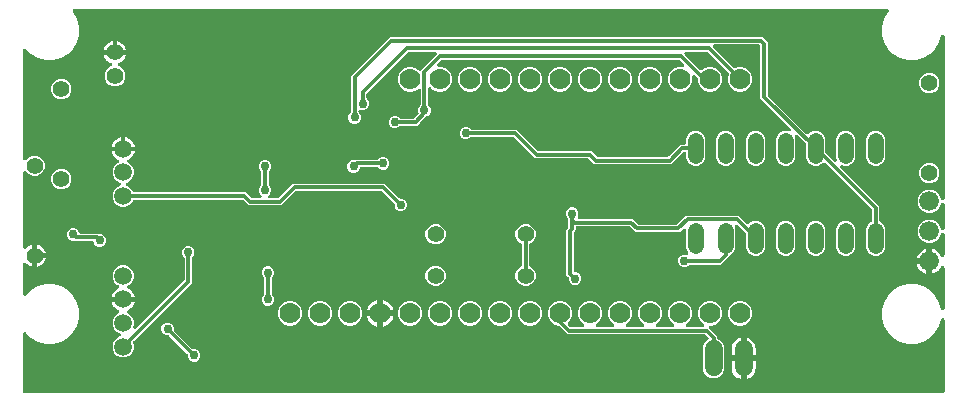
<source format=gbr>
G04 EAGLE Gerber RS-274X export*
G75*
%MOMM*%
%FSLAX34Y34*%
%LPD*%
%INBottom Copper*%
%IPPOS*%
%AMOC8*
5,1,8,0,0,1.08239X$1,22.5*%
G01*
%ADD10C,1.778000*%
%ADD11C,1.320800*%
%ADD12C,1.422400*%
%ADD13C,1.676400*%
%ADD14C,1.524000*%
%ADD15C,1.500000*%
%ADD16C,1.408000*%
%ADD17C,0.756400*%
%ADD18C,0.304800*%

G36*
X906342Y92864D02*
X906342Y92864D01*
X906368Y92862D01*
X906515Y92884D01*
X906662Y92901D01*
X906687Y92909D01*
X906713Y92913D01*
X906851Y92968D01*
X906990Y93018D01*
X907012Y93032D01*
X907037Y93042D01*
X907158Y93127D01*
X907283Y93207D01*
X907301Y93226D01*
X907323Y93241D01*
X907422Y93351D01*
X907525Y93458D01*
X907539Y93480D01*
X907556Y93500D01*
X907628Y93630D01*
X907704Y93757D01*
X907712Y93782D01*
X907725Y93805D01*
X907765Y93948D01*
X907810Y94089D01*
X907812Y94115D01*
X907820Y94140D01*
X907839Y94384D01*
X907839Y155114D01*
X907822Y155262D01*
X907810Y155412D01*
X907802Y155435D01*
X907799Y155460D01*
X907749Y155601D01*
X907703Y155743D01*
X907690Y155765D01*
X907682Y155788D01*
X907601Y155914D01*
X907524Y156042D01*
X907506Y156060D01*
X907493Y156081D01*
X907385Y156185D01*
X907281Y156292D01*
X907260Y156306D01*
X907242Y156323D01*
X907114Y156400D01*
X906988Y156481D01*
X906964Y156489D01*
X906943Y156502D01*
X906801Y156548D01*
X906660Y156598D01*
X906635Y156601D01*
X906611Y156608D01*
X906462Y156620D01*
X906313Y156637D01*
X906289Y156634D01*
X906264Y156636D01*
X906116Y156614D01*
X905967Y156597D01*
X905944Y156588D01*
X905919Y156584D01*
X905780Y156529D01*
X905639Y156478D01*
X905618Y156465D01*
X905595Y156456D01*
X905473Y156370D01*
X905347Y156289D01*
X905329Y156271D01*
X905309Y156257D01*
X905209Y156146D01*
X905105Y156038D01*
X905092Y156017D01*
X905076Y155998D01*
X905003Y155867D01*
X904927Y155738D01*
X904917Y155710D01*
X904907Y155693D01*
X904894Y155647D01*
X904845Y155508D01*
X903446Y150288D01*
X900134Y144551D01*
X895449Y139866D01*
X889712Y136554D01*
X883312Y134839D01*
X876688Y134839D01*
X870288Y136554D01*
X864551Y139866D01*
X859866Y144551D01*
X856554Y150288D01*
X854839Y156688D01*
X854839Y163312D01*
X856554Y169712D01*
X859866Y175449D01*
X864551Y180134D01*
X870288Y183446D01*
X876688Y185161D01*
X883312Y185161D01*
X889712Y183446D01*
X895449Y180134D01*
X900134Y175449D01*
X903446Y169712D01*
X904845Y164492D01*
X904900Y164353D01*
X904950Y164212D01*
X904964Y164191D01*
X904973Y164168D01*
X905058Y164045D01*
X905139Y163919D01*
X905157Y163902D01*
X905171Y163881D01*
X905282Y163781D01*
X905390Y163677D01*
X905411Y163664D01*
X905430Y163647D01*
X905560Y163575D01*
X905689Y163498D01*
X905713Y163490D01*
X905734Y163478D01*
X905879Y163437D01*
X906021Y163392D01*
X906046Y163390D01*
X906070Y163383D01*
X906219Y163376D01*
X906368Y163364D01*
X906393Y163368D01*
X906418Y163366D01*
X906565Y163393D01*
X906713Y163416D01*
X906736Y163425D01*
X906760Y163429D01*
X906898Y163489D01*
X907037Y163544D01*
X907057Y163558D01*
X907080Y163568D01*
X907200Y163658D01*
X907323Y163743D01*
X907339Y163762D01*
X907360Y163776D01*
X907456Y163891D01*
X907556Y164002D01*
X907568Y164024D01*
X907584Y164043D01*
X907652Y164176D01*
X907725Y164307D01*
X907732Y164331D01*
X907743Y164353D01*
X907779Y164498D01*
X907820Y164642D01*
X907822Y164672D01*
X907827Y164691D01*
X907827Y164739D01*
X907839Y164886D01*
X907839Y199394D01*
X907820Y199558D01*
X907804Y199722D01*
X907800Y199731D01*
X907799Y199741D01*
X907744Y199895D01*
X907690Y200051D01*
X907685Y200060D01*
X907682Y200069D01*
X907593Y200207D01*
X907505Y200347D01*
X907498Y200353D01*
X907493Y200361D01*
X907374Y200476D01*
X907257Y200592D01*
X907249Y200597D01*
X907242Y200604D01*
X907101Y200688D01*
X906961Y200774D01*
X906951Y200778D01*
X906943Y200782D01*
X906787Y200832D01*
X906630Y200885D01*
X906620Y200886D01*
X906611Y200889D01*
X906448Y200902D01*
X906283Y200917D01*
X906273Y200916D01*
X906264Y200917D01*
X906101Y200892D01*
X905938Y200870D01*
X905929Y200866D01*
X905919Y200865D01*
X905766Y200804D01*
X905612Y200745D01*
X905604Y200740D01*
X905595Y200736D01*
X905460Y200642D01*
X905324Y200550D01*
X905317Y200543D01*
X905309Y200537D01*
X905199Y200415D01*
X905087Y200294D01*
X905081Y200284D01*
X905076Y200279D01*
X905061Y200252D01*
X904959Y200086D01*
X904342Y198875D01*
X903331Y197484D01*
X902116Y196269D01*
X900725Y195258D01*
X899193Y194478D01*
X897558Y193946D01*
X897539Y193943D01*
X897539Y203584D01*
X897536Y203610D01*
X897538Y203636D01*
X897516Y203783D01*
X897499Y203930D01*
X897491Y203955D01*
X897487Y203981D01*
X897432Y204118D01*
X897382Y204258D01*
X897368Y204280D01*
X897358Y204305D01*
X897273Y204426D01*
X897193Y204551D01*
X897174Y204569D01*
X897159Y204591D01*
X897143Y204605D01*
X897225Y204690D01*
X897239Y204713D01*
X897256Y204732D01*
X897328Y204862D01*
X897404Y204989D01*
X897412Y205014D01*
X897425Y205037D01*
X897465Y205180D01*
X897510Y205321D01*
X897512Y205347D01*
X897520Y205372D01*
X897539Y205616D01*
X897539Y215257D01*
X897558Y215254D01*
X899193Y214722D01*
X900725Y213942D01*
X902116Y212931D01*
X903331Y211716D01*
X904342Y210325D01*
X904959Y209114D01*
X905050Y208977D01*
X905139Y208839D01*
X905146Y208832D01*
X905151Y208824D01*
X905271Y208711D01*
X905390Y208596D01*
X905398Y208591D01*
X905405Y208585D01*
X905547Y208502D01*
X905689Y208418D01*
X905698Y208415D01*
X905706Y208410D01*
X905863Y208362D01*
X906021Y208311D01*
X906031Y208311D01*
X906040Y208308D01*
X906204Y208297D01*
X906368Y208283D01*
X906378Y208285D01*
X906387Y208284D01*
X906550Y208311D01*
X906713Y208335D01*
X906722Y208339D01*
X906731Y208340D01*
X906885Y208403D01*
X907037Y208464D01*
X907045Y208469D01*
X907054Y208473D01*
X907189Y208570D01*
X907323Y208663D01*
X907329Y208670D01*
X907337Y208675D01*
X907447Y208800D01*
X907556Y208921D01*
X907561Y208930D01*
X907567Y208937D01*
X907645Y209082D01*
X907725Y209226D01*
X907727Y209236D01*
X907732Y209244D01*
X907775Y209403D01*
X907820Y209562D01*
X907821Y209573D01*
X907823Y209581D01*
X907824Y209611D01*
X907839Y209806D01*
X907839Y227451D01*
X907834Y227501D01*
X907836Y227552D01*
X907814Y227674D01*
X907799Y227798D01*
X907782Y227845D01*
X907773Y227894D01*
X907724Y228009D01*
X907682Y228126D01*
X907655Y228168D01*
X907635Y228214D01*
X907560Y228314D01*
X907493Y228418D01*
X907457Y228453D01*
X907427Y228494D01*
X907332Y228574D01*
X907242Y228661D01*
X907199Y228687D01*
X907161Y228719D01*
X907050Y228776D01*
X906943Y228839D01*
X906895Y228855D01*
X906850Y228878D01*
X906730Y228908D01*
X906611Y228946D01*
X906561Y228950D01*
X906512Y228962D01*
X906388Y228964D01*
X906264Y228974D01*
X906214Y228966D01*
X906164Y228967D01*
X906042Y228940D01*
X905919Y228922D01*
X905872Y228903D01*
X905823Y228893D01*
X905711Y228839D01*
X905595Y228793D01*
X905554Y228764D01*
X905508Y228743D01*
X905411Y228665D01*
X905309Y228594D01*
X905275Y228557D01*
X905236Y228526D01*
X905159Y228428D01*
X905076Y228336D01*
X905051Y228291D01*
X905020Y228252D01*
X904909Y228034D01*
X903399Y224388D01*
X900612Y221601D01*
X896971Y220093D01*
X893029Y220093D01*
X889388Y221601D01*
X886601Y224388D01*
X885093Y228029D01*
X885093Y231971D01*
X886601Y235612D01*
X889388Y238399D01*
X893029Y239907D01*
X896971Y239907D01*
X900612Y238399D01*
X903399Y235612D01*
X904909Y231966D01*
X904933Y231922D01*
X904950Y231874D01*
X905018Y231770D01*
X905078Y231661D01*
X905112Y231624D01*
X905139Y231582D01*
X905229Y231495D01*
X905312Y231403D01*
X905354Y231374D01*
X905390Y231339D01*
X905497Y231275D01*
X905599Y231205D01*
X905646Y231186D01*
X905689Y231161D01*
X905807Y231123D01*
X905923Y231077D01*
X905973Y231070D01*
X906021Y231054D01*
X906145Y231044D01*
X906268Y231026D01*
X906318Y231030D01*
X906368Y231026D01*
X906491Y231045D01*
X906615Y231055D01*
X906663Y231071D01*
X906713Y231078D01*
X906828Y231124D01*
X906947Y231162D01*
X906990Y231188D01*
X907037Y231207D01*
X907139Y231278D01*
X907245Y231342D01*
X907282Y231377D01*
X907323Y231406D01*
X907406Y231498D01*
X907495Y231585D01*
X907523Y231627D01*
X907556Y231664D01*
X907616Y231773D01*
X907684Y231878D01*
X907701Y231925D01*
X907725Y231969D01*
X907759Y232089D01*
X907800Y232206D01*
X907806Y232256D01*
X907820Y232305D01*
X907839Y232549D01*
X907839Y252851D01*
X907834Y252901D01*
X907836Y252952D01*
X907814Y253074D01*
X907799Y253198D01*
X907782Y253245D01*
X907773Y253294D01*
X907724Y253409D01*
X907682Y253526D01*
X907655Y253568D01*
X907635Y253614D01*
X907560Y253714D01*
X907493Y253818D01*
X907457Y253853D01*
X907427Y253894D01*
X907332Y253974D01*
X907242Y254061D01*
X907199Y254087D01*
X907161Y254119D01*
X907050Y254176D01*
X906943Y254239D01*
X906895Y254255D01*
X906850Y254278D01*
X906730Y254308D01*
X906611Y254346D01*
X906561Y254350D01*
X906512Y254362D01*
X906388Y254364D01*
X906264Y254374D01*
X906214Y254366D01*
X906164Y254367D01*
X906042Y254340D01*
X905919Y254322D01*
X905872Y254303D01*
X905823Y254293D01*
X905711Y254239D01*
X905595Y254193D01*
X905554Y254164D01*
X905508Y254143D01*
X905411Y254065D01*
X905309Y253994D01*
X905275Y253957D01*
X905236Y253926D01*
X905159Y253828D01*
X905076Y253736D01*
X905051Y253691D01*
X905020Y253652D01*
X904909Y253434D01*
X903399Y249788D01*
X900612Y247001D01*
X896971Y245493D01*
X893029Y245493D01*
X889388Y247001D01*
X886601Y249788D01*
X885093Y253429D01*
X885093Y257371D01*
X886601Y261012D01*
X889388Y263799D01*
X893029Y265307D01*
X896971Y265307D01*
X900612Y263799D01*
X903399Y261012D01*
X904909Y257366D01*
X904933Y257322D01*
X904950Y257274D01*
X905018Y257170D01*
X905078Y257061D01*
X905112Y257024D01*
X905139Y256982D01*
X905229Y256895D01*
X905312Y256803D01*
X905354Y256774D01*
X905390Y256739D01*
X905497Y256675D01*
X905599Y256605D01*
X905646Y256586D01*
X905689Y256561D01*
X905807Y256523D01*
X905923Y256477D01*
X905973Y256470D01*
X906021Y256454D01*
X906145Y256444D01*
X906268Y256426D01*
X906318Y256430D01*
X906368Y256426D01*
X906491Y256445D01*
X906615Y256455D01*
X906663Y256471D01*
X906713Y256478D01*
X906828Y256524D01*
X906947Y256562D01*
X906990Y256588D01*
X907037Y256607D01*
X907139Y256678D01*
X907245Y256742D01*
X907282Y256777D01*
X907323Y256806D01*
X907406Y256898D01*
X907495Y256985D01*
X907523Y257027D01*
X907556Y257064D01*
X907616Y257173D01*
X907684Y257278D01*
X907701Y257325D01*
X907725Y257369D01*
X907759Y257489D01*
X907800Y257606D01*
X907806Y257656D01*
X907820Y257705D01*
X907839Y257949D01*
X907839Y395114D01*
X907822Y395263D01*
X907810Y395412D01*
X907802Y395435D01*
X907799Y395460D01*
X907749Y395601D01*
X907703Y395743D01*
X907690Y395765D01*
X907682Y395788D01*
X907601Y395914D01*
X907524Y396042D01*
X907506Y396060D01*
X907493Y396081D01*
X907385Y396185D01*
X907281Y396292D01*
X907260Y396306D01*
X907242Y396323D01*
X907114Y396400D01*
X906988Y396481D01*
X906964Y396489D01*
X906943Y396502D01*
X906801Y396548D01*
X906660Y396598D01*
X906635Y396601D01*
X906611Y396608D01*
X906462Y396620D01*
X906313Y396637D01*
X906289Y396634D01*
X906264Y396636D01*
X906116Y396614D01*
X905967Y396597D01*
X905944Y396588D01*
X905919Y396584D01*
X905780Y396529D01*
X905639Y396478D01*
X905618Y396465D01*
X905595Y396456D01*
X905473Y396370D01*
X905347Y396289D01*
X905329Y396271D01*
X905309Y396257D01*
X905209Y396146D01*
X905105Y396038D01*
X905092Y396017D01*
X905076Y395998D01*
X905003Y395867D01*
X904927Y395738D01*
X904917Y395710D01*
X904907Y395693D01*
X904894Y395647D01*
X904845Y395508D01*
X903446Y390288D01*
X900134Y384551D01*
X895449Y379866D01*
X889712Y376554D01*
X883312Y374839D01*
X876688Y374839D01*
X870288Y376554D01*
X864551Y379866D01*
X859866Y384551D01*
X856554Y390288D01*
X854839Y396688D01*
X854839Y403312D01*
X856554Y409712D01*
X859866Y415449D01*
X860056Y415639D01*
X860119Y415718D01*
X860188Y415790D01*
X860227Y415854D01*
X860273Y415912D01*
X860316Y416003D01*
X860367Y416089D01*
X860390Y416160D01*
X860422Y416227D01*
X860443Y416325D01*
X860474Y416421D01*
X860480Y416495D01*
X860495Y416568D01*
X860493Y416668D01*
X860502Y416768D01*
X860491Y416842D01*
X860489Y416916D01*
X860465Y417014D01*
X860450Y417113D01*
X860422Y417182D01*
X860404Y417254D01*
X860358Y417344D01*
X860321Y417437D01*
X860279Y417498D01*
X860245Y417564D01*
X860179Y417640D01*
X860122Y417723D01*
X860067Y417773D01*
X860019Y417829D01*
X859938Y417889D01*
X859863Y417956D01*
X859798Y417992D01*
X859739Y418037D01*
X859646Y418076D01*
X859558Y418125D01*
X859487Y418145D01*
X859419Y418175D01*
X859320Y418192D01*
X859223Y418220D01*
X859123Y418228D01*
X859075Y418236D01*
X859040Y418234D01*
X858979Y418239D01*
X171021Y418239D01*
X170921Y418228D01*
X170821Y418226D01*
X170748Y418208D01*
X170675Y418199D01*
X170580Y418166D01*
X170483Y418141D01*
X170417Y418107D01*
X170347Y418082D01*
X170262Y418027D01*
X170173Y417981D01*
X170116Y417933D01*
X170054Y417893D01*
X169984Y417821D01*
X169907Y417756D01*
X169863Y417696D01*
X169812Y417642D01*
X169760Y417556D01*
X169700Y417475D01*
X169671Y417407D01*
X169633Y417343D01*
X169602Y417248D01*
X169562Y417155D01*
X169549Y417082D01*
X169526Y417011D01*
X169518Y416911D01*
X169501Y416812D01*
X169504Y416738D01*
X169498Y416664D01*
X169513Y416565D01*
X169519Y416464D01*
X169539Y416393D01*
X169550Y416319D01*
X169587Y416226D01*
X169615Y416129D01*
X169651Y416064D01*
X169679Y415995D01*
X169736Y415913D01*
X169785Y415825D01*
X169850Y415749D01*
X169878Y415709D01*
X169904Y415685D01*
X169944Y415639D01*
X170134Y415449D01*
X173446Y409712D01*
X175161Y403312D01*
X175161Y396688D01*
X173446Y390288D01*
X170134Y384551D01*
X165449Y379866D01*
X159712Y376554D01*
X153312Y374839D01*
X146688Y374839D01*
X140288Y376554D01*
X134551Y379866D01*
X130261Y384156D01*
X130183Y384219D01*
X130110Y384288D01*
X130046Y384327D01*
X129988Y384373D01*
X129897Y384416D01*
X129811Y384467D01*
X129740Y384490D01*
X129673Y384522D01*
X129575Y384543D01*
X129479Y384574D01*
X129405Y384580D01*
X129332Y384595D01*
X129232Y384593D01*
X129132Y384602D01*
X129058Y384590D01*
X128984Y384589D01*
X128887Y384565D01*
X128787Y384550D01*
X128718Y384522D01*
X128646Y384504D01*
X128556Y384458D01*
X128463Y384421D01*
X128402Y384379D01*
X128336Y384345D01*
X128259Y384279D01*
X128177Y384222D01*
X128127Y384167D01*
X128071Y384119D01*
X128011Y384038D01*
X127944Y383963D01*
X127908Y383898D01*
X127863Y383838D01*
X127824Y383746D01*
X127775Y383658D01*
X127755Y383587D01*
X127725Y383518D01*
X127708Y383420D01*
X127680Y383323D01*
X127672Y383223D01*
X127664Y383175D01*
X127666Y383140D01*
X127661Y383079D01*
X127661Y291551D01*
X127672Y291451D01*
X127674Y291350D01*
X127692Y291278D01*
X127701Y291204D01*
X127734Y291110D01*
X127759Y291012D01*
X127793Y290946D01*
X127818Y290876D01*
X127873Y290792D01*
X127919Y290703D01*
X127967Y290646D01*
X128007Y290583D01*
X128079Y290513D01*
X128144Y290437D01*
X128204Y290393D01*
X128258Y290341D01*
X128344Y290290D01*
X128425Y290230D01*
X128493Y290201D01*
X128557Y290162D01*
X128653Y290132D01*
X128745Y290092D01*
X128818Y290079D01*
X128889Y290056D01*
X128989Y290048D01*
X129088Y290030D01*
X129162Y290034D01*
X129236Y290028D01*
X129336Y290043D01*
X129436Y290048D01*
X129507Y290069D01*
X129581Y290080D01*
X129674Y290117D01*
X129771Y290145D01*
X129836Y290181D01*
X129905Y290209D01*
X129987Y290266D01*
X130075Y290315D01*
X130151Y290380D01*
X130191Y290408D01*
X130215Y290434D01*
X130261Y290473D01*
X132648Y292861D01*
X135796Y294165D01*
X139204Y294165D01*
X142352Y292861D01*
X144761Y290452D01*
X146065Y287304D01*
X146065Y283896D01*
X144761Y280748D01*
X142352Y278339D01*
X139204Y277035D01*
X135796Y277035D01*
X132648Y278339D01*
X130261Y280727D01*
X130183Y280789D01*
X130110Y280859D01*
X130046Y280897D01*
X129988Y280943D01*
X129897Y280986D01*
X129811Y281038D01*
X129740Y281060D01*
X129673Y281092D01*
X129575Y281113D01*
X129479Y281144D01*
X129405Y281150D01*
X129332Y281165D01*
X129232Y281164D01*
X129132Y281172D01*
X129058Y281161D01*
X128984Y281160D01*
X128887Y281135D01*
X128787Y281120D01*
X128718Y281093D01*
X128646Y281075D01*
X128557Y281029D01*
X128463Y280991D01*
X128402Y280949D01*
X128336Y280915D01*
X128260Y280850D01*
X128177Y280792D01*
X128127Y280737D01*
X128071Y280689D01*
X128011Y280608D01*
X127944Y280534D01*
X127908Y280469D01*
X127863Y280409D01*
X127824Y280317D01*
X127775Y280229D01*
X127755Y280157D01*
X127725Y280089D01*
X127708Y279990D01*
X127680Y279893D01*
X127672Y279793D01*
X127664Y279746D01*
X127666Y279710D01*
X127661Y279649D01*
X127661Y216787D01*
X127672Y216688D01*
X127674Y216587D01*
X127692Y216515D01*
X127701Y216441D01*
X127735Y216346D01*
X127759Y216249D01*
X127793Y216183D01*
X127818Y216113D01*
X127873Y216029D01*
X127919Y215939D01*
X127967Y215883D01*
X128007Y215820D01*
X128079Y215750D01*
X128144Y215674D01*
X128204Y215630D01*
X128258Y215578D01*
X128344Y215526D01*
X128425Y215467D01*
X128493Y215437D01*
X128557Y215399D01*
X128653Y215369D01*
X128745Y215329D01*
X128818Y215316D01*
X128889Y215293D01*
X128989Y215285D01*
X129088Y215267D01*
X129162Y215271D01*
X129236Y215265D01*
X129336Y215280D01*
X129436Y215285D01*
X129507Y215306D01*
X129581Y215317D01*
X129674Y215354D01*
X129771Y215382D01*
X129836Y215418D01*
X129905Y215445D01*
X129987Y215503D01*
X130075Y215552D01*
X130151Y215617D01*
X130191Y215644D01*
X130215Y215671D01*
X130261Y215710D01*
X131259Y216708D01*
X132479Y217594D01*
X133822Y218279D01*
X135251Y218743D01*
X135251Y210126D01*
X135253Y210110D01*
X135252Y210099D01*
X135253Y210090D01*
X135252Y210074D01*
X135274Y209927D01*
X135291Y209780D01*
X135299Y209755D01*
X135303Y209729D01*
X135358Y209592D01*
X135408Y209452D01*
X135422Y209430D01*
X135432Y209405D01*
X135441Y209393D01*
X135386Y209301D01*
X135378Y209276D01*
X135365Y209253D01*
X135325Y209110D01*
X135280Y208969D01*
X135277Y208943D01*
X135270Y208918D01*
X135251Y208674D01*
X135251Y200057D01*
X133822Y200521D01*
X132479Y201206D01*
X131259Y202092D01*
X130261Y203090D01*
X130182Y203152D01*
X130110Y203222D01*
X130046Y203260D01*
X129988Y203306D01*
X129897Y203349D01*
X129811Y203401D01*
X129740Y203423D01*
X129673Y203455D01*
X129575Y203476D01*
X129479Y203507D01*
X129405Y203513D01*
X129332Y203529D01*
X129232Y203527D01*
X129132Y203535D01*
X129058Y203524D01*
X128984Y203523D01*
X128887Y203498D01*
X128787Y203483D01*
X128718Y203456D01*
X128646Y203438D01*
X128557Y203392D01*
X128463Y203355D01*
X128402Y203312D01*
X128336Y203278D01*
X128260Y203213D01*
X128177Y203156D01*
X128127Y203100D01*
X128071Y203052D01*
X128011Y202971D01*
X127944Y202897D01*
X127908Y202832D01*
X127863Y202772D01*
X127824Y202680D01*
X127775Y202592D01*
X127755Y202520D01*
X127725Y202452D01*
X127708Y202353D01*
X127680Y202256D01*
X127672Y202156D01*
X127664Y202109D01*
X127666Y202073D01*
X127661Y202013D01*
X127661Y176921D01*
X127672Y176821D01*
X127674Y176721D01*
X127692Y176649D01*
X127701Y176575D01*
X127734Y176480D01*
X127759Y176383D01*
X127793Y176317D01*
X127818Y176247D01*
X127873Y176162D01*
X127919Y176073D01*
X127967Y176016D01*
X128007Y175954D01*
X128079Y175884D01*
X128144Y175807D01*
X128204Y175763D01*
X128258Y175712D01*
X128344Y175660D01*
X128425Y175600D01*
X128493Y175571D01*
X128557Y175533D01*
X128653Y175502D01*
X128745Y175462D01*
X128818Y175449D01*
X128889Y175426D01*
X128989Y175418D01*
X129088Y175401D01*
X129162Y175404D01*
X129236Y175398D01*
X129336Y175413D01*
X129436Y175419D01*
X129507Y175439D01*
X129581Y175450D01*
X129674Y175487D01*
X129771Y175515D01*
X129836Y175551D01*
X129905Y175579D01*
X129987Y175636D01*
X130075Y175685D01*
X130151Y175750D01*
X130191Y175778D01*
X130215Y175804D01*
X130261Y175844D01*
X134551Y180134D01*
X140288Y183446D01*
X146688Y185161D01*
X153312Y185161D01*
X159712Y183446D01*
X165449Y180134D01*
X170134Y175449D01*
X173446Y169712D01*
X175161Y163312D01*
X175161Y156688D01*
X173446Y150288D01*
X170134Y144551D01*
X165449Y139866D01*
X159712Y136554D01*
X153312Y134839D01*
X146688Y134839D01*
X140288Y136554D01*
X134551Y139866D01*
X130261Y144156D01*
X130183Y144219D01*
X130110Y144288D01*
X130046Y144327D01*
X129988Y144373D01*
X129897Y144416D01*
X129811Y144467D01*
X129740Y144490D01*
X129673Y144522D01*
X129575Y144543D01*
X129479Y144574D01*
X129405Y144580D01*
X129332Y144595D01*
X129232Y144593D01*
X129132Y144602D01*
X129058Y144590D01*
X128984Y144589D01*
X128887Y144565D01*
X128787Y144550D01*
X128718Y144522D01*
X128646Y144504D01*
X128556Y144458D01*
X128463Y144421D01*
X128402Y144379D01*
X128336Y144345D01*
X128259Y144279D01*
X128177Y144222D01*
X128127Y144167D01*
X128071Y144119D01*
X128011Y144038D01*
X127944Y143963D01*
X127908Y143898D01*
X127863Y143838D01*
X127824Y143746D01*
X127775Y143658D01*
X127755Y143587D01*
X127725Y143518D01*
X127708Y143420D01*
X127680Y143323D01*
X127672Y143223D01*
X127664Y143175D01*
X127666Y143140D01*
X127661Y143079D01*
X127661Y94384D01*
X127664Y94358D01*
X127662Y94332D01*
X127684Y94185D01*
X127701Y94038D01*
X127709Y94013D01*
X127713Y93987D01*
X127768Y93849D01*
X127818Y93710D01*
X127832Y93688D01*
X127842Y93663D01*
X127927Y93542D01*
X128007Y93417D01*
X128026Y93399D01*
X128041Y93377D01*
X128151Y93278D01*
X128258Y93175D01*
X128280Y93161D01*
X128300Y93144D01*
X128430Y93072D01*
X128557Y92996D01*
X128582Y92988D01*
X128605Y92975D01*
X128748Y92935D01*
X128889Y92890D01*
X128915Y92888D01*
X128940Y92880D01*
X129184Y92861D01*
X906316Y92861D01*
X906342Y92864D01*
G37*
%LPC*%
G36*
X848003Y209367D02*
X848003Y209367D01*
X845015Y210605D01*
X842729Y212891D01*
X841491Y215879D01*
X841491Y232321D01*
X842729Y235309D01*
X845015Y237595D01*
X845631Y237850D01*
X845698Y237887D01*
X845769Y237916D01*
X845849Y237972D01*
X845936Y238019D01*
X845992Y238071D01*
X846055Y238114D01*
X846121Y238187D01*
X846194Y238254D01*
X846237Y238317D01*
X846288Y238373D01*
X846336Y238459D01*
X846392Y238540D01*
X846420Y238611D01*
X846457Y238678D01*
X846484Y238773D01*
X846520Y238865D01*
X846531Y238940D01*
X846552Y239014D01*
X846564Y239163D01*
X846571Y239209D01*
X846569Y239228D01*
X846571Y239257D01*
X846571Y247606D01*
X846557Y247732D01*
X846550Y247858D01*
X846537Y247904D01*
X846531Y247952D01*
X846489Y248071D01*
X846454Y248193D01*
X846430Y248235D01*
X846414Y248281D01*
X846345Y248387D01*
X846284Y248497D01*
X846244Y248543D01*
X846225Y248573D01*
X846190Y248607D01*
X846125Y248683D01*
X806791Y288017D01*
X806771Y288034D01*
X806754Y288054D01*
X806634Y288142D01*
X806518Y288234D01*
X806495Y288245D01*
X806473Y288261D01*
X806337Y288319D01*
X806203Y288383D01*
X806177Y288388D01*
X806153Y288399D01*
X806007Y288425D01*
X805862Y288456D01*
X805836Y288456D01*
X805810Y288460D01*
X805662Y288453D01*
X805514Y288450D01*
X805488Y288444D01*
X805462Y288442D01*
X805320Y288401D01*
X805176Y288365D01*
X805153Y288353D01*
X805127Y288346D01*
X804998Y288273D01*
X804866Y288206D01*
X804846Y288189D01*
X804823Y288176D01*
X804637Y288017D01*
X803425Y286805D01*
X800437Y285567D01*
X797203Y285567D01*
X794215Y286805D01*
X791929Y289091D01*
X790691Y292079D01*
X790691Y303486D01*
X790677Y303612D01*
X790670Y303738D01*
X790657Y303784D01*
X790651Y303832D01*
X790609Y303951D01*
X790574Y304073D01*
X790550Y304115D01*
X790534Y304161D01*
X790465Y304267D01*
X790404Y304377D01*
X790364Y304423D01*
X790345Y304453D01*
X790310Y304487D01*
X790245Y304563D01*
X783613Y311196D01*
X783573Y311227D01*
X783540Y311264D01*
X783437Y311335D01*
X783340Y311412D01*
X783294Y311434D01*
X783253Y311462D01*
X783137Y311508D01*
X783025Y311561D01*
X782975Y311572D01*
X782929Y311590D01*
X782806Y311608D01*
X782684Y311635D01*
X782634Y311634D01*
X782584Y311641D01*
X782460Y311631D01*
X782336Y311629D01*
X782287Y311616D01*
X782237Y311612D01*
X782118Y311574D01*
X781998Y311544D01*
X781953Y311520D01*
X781905Y311505D01*
X781798Y311441D01*
X781688Y311384D01*
X781649Y311351D01*
X781606Y311325D01*
X781517Y311239D01*
X781422Y311158D01*
X781392Y311118D01*
X781356Y311082D01*
X781289Y310978D01*
X781215Y310878D01*
X781195Y310831D01*
X781168Y310789D01*
X781126Y310672D01*
X781077Y310558D01*
X781068Y310508D01*
X781051Y310461D01*
X781038Y310337D01*
X781016Y310215D01*
X781018Y310164D01*
X781012Y310114D01*
X781027Y309991D01*
X781033Y309867D01*
X781047Y309818D01*
X781053Y309768D01*
X781128Y309536D01*
X781549Y308521D01*
X781549Y292079D01*
X780311Y289091D01*
X778025Y286805D01*
X775037Y285567D01*
X771803Y285567D01*
X768815Y286805D01*
X766529Y289091D01*
X765291Y292079D01*
X765291Y308521D01*
X766529Y311509D01*
X768815Y313795D01*
X771803Y315033D01*
X775037Y315033D01*
X776052Y314612D01*
X776100Y314599D01*
X776146Y314577D01*
X776267Y314551D01*
X776387Y314517D01*
X776437Y314514D01*
X776486Y314504D01*
X776610Y314506D01*
X776735Y314500D01*
X776784Y314509D01*
X776835Y314510D01*
X776955Y314540D01*
X777078Y314562D01*
X777124Y314582D01*
X777173Y314595D01*
X777283Y314652D01*
X777397Y314701D01*
X777438Y314731D01*
X777482Y314754D01*
X777577Y314835D01*
X777677Y314909D01*
X777710Y314948D01*
X777748Y314980D01*
X777822Y315080D01*
X777902Y315175D01*
X777925Y315220D01*
X777955Y315260D01*
X778004Y315375D01*
X778061Y315485D01*
X778073Y315534D01*
X778093Y315580D01*
X778115Y315703D01*
X778145Y315824D01*
X778146Y315874D01*
X778155Y315923D01*
X778148Y316048D01*
X778150Y316172D01*
X778139Y316221D01*
X778137Y316272D01*
X778102Y316391D01*
X778076Y316513D01*
X778054Y316558D01*
X778040Y316606D01*
X777980Y316715D01*
X777926Y316827D01*
X777895Y316867D01*
X777870Y316911D01*
X777712Y317097D01*
X777709Y317100D01*
X754183Y340625D01*
X751951Y342857D01*
X751951Y386928D01*
X751948Y386954D01*
X751950Y386980D01*
X751928Y387127D01*
X751911Y387274D01*
X751903Y387299D01*
X751899Y387325D01*
X751844Y387463D01*
X751794Y387602D01*
X751780Y387624D01*
X751770Y387649D01*
X751685Y387770D01*
X751605Y387895D01*
X751586Y387913D01*
X751571Y387935D01*
X751461Y388034D01*
X751354Y388137D01*
X751332Y388151D01*
X751312Y388168D01*
X751182Y388240D01*
X751055Y388316D01*
X751030Y388324D01*
X751007Y388337D01*
X750864Y388377D01*
X750723Y388422D01*
X750697Y388424D01*
X750672Y388432D01*
X750428Y388451D01*
X713038Y388451D01*
X712938Y388440D01*
X712837Y388438D01*
X712765Y388420D01*
X712692Y388411D01*
X712597Y388377D01*
X712499Y388353D01*
X712433Y388319D01*
X712363Y388294D01*
X712279Y388239D01*
X712189Y388193D01*
X712133Y388145D01*
X712071Y388105D01*
X712000Y388032D01*
X711924Y387967D01*
X711880Y387908D01*
X711828Y387854D01*
X711777Y387768D01*
X711717Y387687D01*
X711688Y387619D01*
X711650Y387555D01*
X711619Y387459D01*
X711579Y387367D01*
X711566Y387294D01*
X711543Y387223D01*
X711535Y387123D01*
X711517Y387024D01*
X711521Y386950D01*
X711515Y386876D01*
X711530Y386776D01*
X711536Y386676D01*
X711556Y386604D01*
X711567Y386531D01*
X711604Y386437D01*
X711632Y386341D01*
X711668Y386276D01*
X711696Y386207D01*
X711753Y386125D01*
X711803Y386037D01*
X711867Y385961D01*
X711895Y385921D01*
X711921Y385897D01*
X711961Y385850D01*
X711995Y385816D01*
X729058Y368754D01*
X729118Y368706D01*
X729171Y368651D01*
X729254Y368598D01*
X729331Y368537D01*
X729400Y368504D01*
X729464Y368463D01*
X729557Y368430D01*
X729646Y368388D01*
X729721Y368372D01*
X729793Y368346D01*
X729891Y368335D01*
X729987Y368315D01*
X730063Y368316D01*
X730139Y368307D01*
X730237Y368319D01*
X730335Y368321D01*
X730409Y368339D01*
X730485Y368348D01*
X730627Y368394D01*
X730673Y368406D01*
X730690Y368414D01*
X730718Y368423D01*
X732628Y369215D01*
X736772Y369215D01*
X740600Y367629D01*
X743529Y364700D01*
X745115Y360872D01*
X745115Y356728D01*
X743529Y352900D01*
X740600Y349971D01*
X736772Y348385D01*
X732628Y348385D01*
X728800Y349971D01*
X725871Y352900D01*
X724285Y356728D01*
X724285Y360872D01*
X725077Y362782D01*
X725098Y362856D01*
X725128Y362926D01*
X725145Y363022D01*
X725172Y363117D01*
X725176Y363193D01*
X725190Y363269D01*
X725184Y363367D01*
X725189Y363465D01*
X725176Y363540D01*
X725172Y363617D01*
X725144Y363711D01*
X725127Y363808D01*
X725096Y363878D01*
X725075Y363952D01*
X725027Y364038D01*
X724988Y364128D01*
X724942Y364189D01*
X724905Y364256D01*
X724808Y364370D01*
X724780Y364407D01*
X724765Y364420D01*
X724746Y364442D01*
X707683Y381505D01*
X707584Y381584D01*
X707490Y381668D01*
X707448Y381692D01*
X707410Y381722D01*
X707296Y381776D01*
X707185Y381837D01*
X707139Y381850D01*
X707095Y381871D01*
X706972Y381897D01*
X706850Y381932D01*
X706789Y381937D01*
X706754Y381944D01*
X706706Y381943D01*
X706606Y381951D01*
X689138Y381951D01*
X689038Y381940D01*
X688937Y381938D01*
X688865Y381920D01*
X688792Y381911D01*
X688697Y381878D01*
X688600Y381853D01*
X688533Y381819D01*
X688463Y381794D01*
X688379Y381739D01*
X688290Y381693D01*
X688233Y381645D01*
X688171Y381605D01*
X688101Y381533D01*
X688024Y381468D01*
X687980Y381408D01*
X687928Y381354D01*
X687877Y381268D01*
X687817Y381187D01*
X687788Y381119D01*
X687750Y381055D01*
X687719Y380960D01*
X687679Y380867D01*
X687666Y380794D01*
X687643Y380723D01*
X687635Y380623D01*
X687618Y380524D01*
X687621Y380450D01*
X687615Y380376D01*
X687630Y380277D01*
X687635Y380176D01*
X687656Y380105D01*
X687667Y380031D01*
X687704Y379938D01*
X687732Y379841D01*
X687768Y379776D01*
X687796Y379707D01*
X687853Y379625D01*
X687902Y379537D01*
X687967Y379461D01*
X687995Y379421D01*
X688021Y379397D01*
X688061Y379351D01*
X688357Y379055D01*
X700514Y366897D01*
X700535Y366881D01*
X700552Y366861D01*
X700671Y366773D01*
X700787Y366681D01*
X700811Y366669D01*
X700832Y366654D01*
X700969Y366595D01*
X701102Y366532D01*
X701128Y366526D01*
X701152Y366516D01*
X701299Y366489D01*
X701443Y366458D01*
X701469Y366459D01*
X701495Y366454D01*
X701644Y366462D01*
X701792Y366464D01*
X701817Y366471D01*
X701843Y366472D01*
X701985Y366513D01*
X702130Y366549D01*
X702153Y366561D01*
X702178Y366569D01*
X702307Y366641D01*
X702439Y366709D01*
X702459Y366726D01*
X702482Y366739D01*
X702669Y366897D01*
X703401Y367629D01*
X707228Y369215D01*
X711372Y369215D01*
X715200Y367629D01*
X718129Y364700D01*
X719715Y360872D01*
X719715Y356728D01*
X718129Y352900D01*
X715200Y349971D01*
X711372Y348385D01*
X707228Y348385D01*
X703400Y349971D01*
X700471Y352900D01*
X698885Y356728D01*
X698885Y359272D01*
X698871Y359398D01*
X698864Y359524D01*
X698851Y359570D01*
X698845Y359618D01*
X698803Y359737D01*
X698768Y359859D01*
X698744Y359901D01*
X698728Y359947D01*
X698659Y360053D01*
X698598Y360163D01*
X698558Y360209D01*
X698539Y360239D01*
X698504Y360273D01*
X698439Y360349D01*
X696915Y361873D01*
X696836Y361936D01*
X696764Y362006D01*
X696700Y362044D01*
X696642Y362090D01*
X696551Y362133D01*
X696465Y362184D01*
X696394Y362207D01*
X696327Y362239D01*
X696229Y362260D01*
X696133Y362291D01*
X696059Y362297D01*
X695986Y362312D01*
X695886Y362311D01*
X695786Y362319D01*
X695712Y362308D01*
X695638Y362306D01*
X695541Y362282D01*
X695441Y362267D01*
X695372Y362239D01*
X695300Y362221D01*
X695211Y362175D01*
X695117Y362138D01*
X695056Y362096D01*
X694990Y362062D01*
X694914Y361997D01*
X694831Y361939D01*
X694781Y361884D01*
X694725Y361836D01*
X694665Y361755D01*
X694598Y361680D01*
X694562Y361615D01*
X694517Y361556D01*
X694478Y361463D01*
X694429Y361375D01*
X694409Y361304D01*
X694379Y361236D01*
X694362Y361137D01*
X694334Y361040D01*
X694326Y360940D01*
X694318Y360893D01*
X694320Y360857D01*
X694315Y360796D01*
X694315Y356728D01*
X692729Y352900D01*
X689800Y349971D01*
X685972Y348385D01*
X681828Y348385D01*
X678000Y349971D01*
X675071Y352900D01*
X673485Y356728D01*
X673485Y360872D01*
X675071Y364700D01*
X678000Y367629D01*
X681828Y369215D01*
X685896Y369215D01*
X685996Y369226D01*
X686096Y369228D01*
X686169Y369246D01*
X686242Y369255D01*
X686337Y369288D01*
X686434Y369313D01*
X686501Y369347D01*
X686571Y369372D01*
X686655Y369427D01*
X686744Y369473D01*
X686801Y369521D01*
X686863Y369561D01*
X686933Y369633D01*
X687010Y369698D01*
X687054Y369758D01*
X687106Y369812D01*
X687157Y369898D01*
X687217Y369979D01*
X687246Y370047D01*
X687284Y370111D01*
X687315Y370207D01*
X687355Y370299D01*
X687368Y370372D01*
X687391Y370443D01*
X687399Y370543D01*
X687416Y370642D01*
X687413Y370716D01*
X687419Y370790D01*
X687404Y370890D01*
X687399Y370990D01*
X687378Y371061D01*
X687367Y371135D01*
X687330Y371228D01*
X687302Y371325D01*
X687266Y371390D01*
X687238Y371459D01*
X687181Y371541D01*
X687132Y371629D01*
X687067Y371705D01*
X687039Y371745D01*
X687013Y371769D01*
X686973Y371815D01*
X684045Y374743D01*
X683946Y374822D01*
X683852Y374906D01*
X683810Y374930D01*
X683772Y374960D01*
X683658Y375014D01*
X683547Y375075D01*
X683501Y375088D01*
X683457Y375109D01*
X683334Y375135D01*
X683212Y375170D01*
X683151Y375175D01*
X683116Y375182D01*
X683068Y375181D01*
X682968Y375189D01*
X482632Y375189D01*
X482506Y375175D01*
X482380Y375168D01*
X482334Y375155D01*
X482286Y375149D01*
X482167Y375107D01*
X482045Y375072D01*
X482003Y375048D01*
X481957Y375032D01*
X481851Y374963D01*
X481741Y374902D01*
X481695Y374862D01*
X481665Y374843D01*
X481631Y374808D01*
X481555Y374743D01*
X478627Y371815D01*
X478564Y371737D01*
X478494Y371664D01*
X478456Y371600D01*
X478410Y371542D01*
X478367Y371451D01*
X478316Y371365D01*
X478293Y371294D01*
X478261Y371227D01*
X478240Y371129D01*
X478209Y371033D01*
X478203Y370959D01*
X478188Y370886D01*
X478189Y370786D01*
X478181Y370686D01*
X478192Y370612D01*
X478194Y370538D01*
X478218Y370441D01*
X478233Y370341D01*
X478261Y370272D01*
X478279Y370200D01*
X478325Y370111D01*
X478362Y370017D01*
X478404Y369956D01*
X478438Y369890D01*
X478503Y369814D01*
X478561Y369731D01*
X478616Y369681D01*
X478664Y369625D01*
X478745Y369565D01*
X478820Y369498D01*
X478885Y369462D01*
X478944Y369417D01*
X479037Y369378D01*
X479125Y369329D01*
X479196Y369309D01*
X479264Y369279D01*
X479363Y369262D01*
X479460Y369234D01*
X479560Y369226D01*
X479607Y369218D01*
X479643Y369220D01*
X479704Y369215D01*
X482772Y369215D01*
X486600Y367629D01*
X489529Y364700D01*
X491115Y360872D01*
X491115Y356728D01*
X489529Y352900D01*
X486600Y349971D01*
X482772Y348385D01*
X478628Y348385D01*
X474801Y349971D01*
X473149Y351622D01*
X473070Y351685D01*
X472998Y351754D01*
X472934Y351793D01*
X472876Y351839D01*
X472785Y351882D01*
X472699Y351933D01*
X472628Y351956D01*
X472561Y351988D01*
X472463Y352009D01*
X472367Y352040D01*
X472293Y352046D01*
X472220Y352061D01*
X472120Y352059D01*
X472020Y352068D01*
X471946Y352056D01*
X471872Y352055D01*
X471775Y352031D01*
X471675Y352016D01*
X471606Y351988D01*
X471534Y351970D01*
X471445Y351924D01*
X471351Y351887D01*
X471290Y351845D01*
X471224Y351811D01*
X471148Y351745D01*
X471065Y351688D01*
X471015Y351633D01*
X470959Y351585D01*
X470899Y351504D01*
X470832Y351429D01*
X470796Y351364D01*
X470751Y351304D01*
X470712Y351212D01*
X470663Y351124D01*
X470643Y351053D01*
X470613Y350984D01*
X470596Y350886D01*
X470568Y350789D01*
X470560Y350689D01*
X470552Y350641D01*
X470554Y350606D01*
X470549Y350545D01*
X470549Y337587D01*
X470563Y337461D01*
X470570Y337335D01*
X470583Y337289D01*
X470589Y337241D01*
X470631Y337122D01*
X470666Y337000D01*
X470690Y336958D01*
X470706Y336913D01*
X470775Y336807D01*
X470836Y336696D01*
X470876Y336650D01*
X470895Y336620D01*
X470930Y336586D01*
X470995Y336510D01*
X471999Y335506D01*
X472807Y333556D01*
X472807Y331444D01*
X471999Y329494D01*
X470506Y328001D01*
X469602Y327627D01*
X469601Y327626D01*
X469599Y327625D01*
X469446Y327540D01*
X469298Y327458D01*
X469296Y327456D01*
X469295Y327455D01*
X469108Y327297D01*
X463495Y321683D01*
X461263Y319451D01*
X447587Y319451D01*
X447461Y319437D01*
X447335Y319430D01*
X447289Y319417D01*
X447241Y319411D01*
X447122Y319369D01*
X447000Y319334D01*
X446958Y319310D01*
X446913Y319294D01*
X446807Y319225D01*
X446696Y319164D01*
X446650Y319124D01*
X446620Y319105D01*
X446586Y319070D01*
X446510Y319005D01*
X445506Y318001D01*
X443556Y317193D01*
X441444Y317193D01*
X439494Y318001D01*
X438001Y319494D01*
X437193Y321444D01*
X437193Y323556D01*
X438001Y325506D01*
X439494Y326999D01*
X441444Y327807D01*
X443556Y327807D01*
X445506Y326999D01*
X446510Y325995D01*
X446609Y325916D01*
X446703Y325832D01*
X446745Y325808D01*
X446783Y325778D01*
X446897Y325724D01*
X447008Y325663D01*
X447054Y325650D01*
X447098Y325629D01*
X447221Y325603D01*
X447343Y325568D01*
X447404Y325563D01*
X447439Y325556D01*
X447487Y325557D01*
X447587Y325549D01*
X458106Y325549D01*
X458232Y325563D01*
X458358Y325570D01*
X458404Y325583D01*
X458452Y325589D01*
X458571Y325631D01*
X458693Y325666D01*
X458735Y325690D01*
X458781Y325706D01*
X458887Y325775D01*
X458997Y325836D01*
X459043Y325876D01*
X459073Y325895D01*
X459107Y325930D01*
X459183Y325995D01*
X462188Y329000D01*
X462236Y329059D01*
X462290Y329113D01*
X462344Y329196D01*
X462405Y329273D01*
X462437Y329342D01*
X462479Y329406D01*
X462512Y329499D01*
X462554Y329588D01*
X462570Y329662D01*
X462595Y329735D01*
X462606Y329833D01*
X462627Y329929D01*
X462626Y330005D01*
X462634Y330081D01*
X462623Y330179D01*
X462621Y330277D01*
X462602Y330351D01*
X462593Y330427D01*
X462548Y330569D01*
X462536Y330615D01*
X462527Y330632D01*
X462518Y330660D01*
X462193Y331444D01*
X462193Y333556D01*
X463001Y335506D01*
X464005Y336510D01*
X464084Y336609D01*
X464168Y336703D01*
X464192Y336745D01*
X464222Y336783D01*
X464276Y336897D01*
X464337Y337008D01*
X464350Y337054D01*
X464371Y337098D01*
X464397Y337221D01*
X464432Y337343D01*
X464437Y337404D01*
X464444Y337439D01*
X464443Y337487D01*
X464451Y337587D01*
X464451Y349545D01*
X464440Y349645D01*
X464438Y349745D01*
X464420Y349817D01*
X464411Y349891D01*
X464378Y349986D01*
X464353Y350083D01*
X464319Y350149D01*
X464294Y350219D01*
X464239Y350304D01*
X464193Y350393D01*
X464145Y350450D01*
X464105Y350512D01*
X464033Y350582D01*
X463968Y350659D01*
X463908Y350703D01*
X463854Y350754D01*
X463768Y350806D01*
X463687Y350866D01*
X463619Y350895D01*
X463555Y350933D01*
X463460Y350964D01*
X463367Y351004D01*
X463294Y351017D01*
X463223Y351040D01*
X463123Y351048D01*
X463024Y351065D01*
X462950Y351062D01*
X462876Y351068D01*
X462776Y351053D01*
X462676Y351047D01*
X462605Y351027D01*
X462531Y351016D01*
X462438Y350979D01*
X462341Y350951D01*
X462276Y350915D01*
X462207Y350887D01*
X462125Y350830D01*
X462037Y350781D01*
X461961Y350716D01*
X461921Y350688D01*
X461897Y350662D01*
X461851Y350622D01*
X461199Y349971D01*
X457372Y348385D01*
X453228Y348385D01*
X449400Y349971D01*
X446471Y352900D01*
X444885Y356728D01*
X444885Y360872D01*
X446471Y364700D01*
X449400Y367629D01*
X453228Y369215D01*
X457372Y369215D01*
X461199Y367629D01*
X462431Y366397D01*
X462452Y366381D01*
X462469Y366361D01*
X462588Y366273D01*
X462704Y366181D01*
X462728Y366169D01*
X462749Y366154D01*
X462885Y366095D01*
X463020Y366032D01*
X463045Y366026D01*
X463069Y366016D01*
X463215Y365989D01*
X463360Y365958D01*
X463386Y365959D01*
X463412Y365954D01*
X463561Y365962D01*
X463709Y365964D01*
X463734Y365971D01*
X463760Y365972D01*
X463903Y366013D01*
X464047Y366049D01*
X464070Y366061D01*
X464095Y366069D01*
X464225Y366141D01*
X464356Y366209D01*
X464376Y366226D01*
X464399Y366239D01*
X464586Y366397D01*
X477243Y379055D01*
X477539Y379351D01*
X477602Y379429D01*
X477672Y379502D01*
X477710Y379566D01*
X477756Y379624D01*
X477799Y379715D01*
X477850Y379801D01*
X477873Y379872D01*
X477905Y379939D01*
X477926Y380037D01*
X477957Y380133D01*
X477963Y380207D01*
X477978Y380280D01*
X477977Y380380D01*
X477985Y380480D01*
X477974Y380554D01*
X477972Y380628D01*
X477948Y380726D01*
X477933Y380825D01*
X477905Y380894D01*
X477887Y380966D01*
X477841Y381055D01*
X477804Y381149D01*
X477762Y381210D01*
X477728Y381276D01*
X477663Y381352D01*
X477605Y381435D01*
X477550Y381485D01*
X477502Y381541D01*
X477421Y381601D01*
X477346Y381668D01*
X477281Y381704D01*
X477222Y381748D01*
X477129Y381788D01*
X477041Y381837D01*
X476970Y381857D01*
X476902Y381887D01*
X476803Y381904D01*
X476706Y381932D01*
X476606Y381940D01*
X476559Y381948D01*
X476523Y381946D01*
X476462Y381951D01*
X454394Y381951D01*
X454268Y381937D01*
X454142Y381930D01*
X454096Y381917D01*
X454048Y381911D01*
X453929Y381869D01*
X453807Y381834D01*
X453765Y381810D01*
X453719Y381794D01*
X453613Y381725D01*
X453503Y381664D01*
X453457Y381624D01*
X453427Y381605D01*
X453393Y381570D01*
X453317Y381505D01*
X418825Y347013D01*
X418746Y346914D01*
X418662Y346820D01*
X418638Y346778D01*
X418608Y346740D01*
X418554Y346626D01*
X418493Y346515D01*
X418480Y346469D01*
X418459Y346425D01*
X418433Y346302D01*
X418398Y346180D01*
X418393Y346119D01*
X418386Y346084D01*
X418387Y346036D01*
X418379Y345936D01*
X418379Y343257D01*
X418393Y343131D01*
X418400Y343005D01*
X418413Y342959D01*
X418419Y342911D01*
X418461Y342792D01*
X418496Y342670D01*
X418520Y342628D01*
X418536Y342583D01*
X418605Y342477D01*
X418666Y342366D01*
X418706Y342320D01*
X418725Y342290D01*
X418760Y342256D01*
X418825Y342180D01*
X419829Y341176D01*
X420637Y339226D01*
X420637Y337114D01*
X419829Y335164D01*
X418336Y333671D01*
X416386Y332863D01*
X414274Y332863D01*
X413655Y333120D01*
X413510Y333161D01*
X413367Y333207D01*
X413343Y333209D01*
X413320Y333216D01*
X413170Y333223D01*
X413020Y333235D01*
X412996Y333231D01*
X412972Y333233D01*
X412824Y333206D01*
X412675Y333183D01*
X412653Y333174D01*
X412629Y333170D01*
X412491Y333110D01*
X412351Y333055D01*
X412331Y333041D01*
X412309Y333031D01*
X412188Y332941D01*
X412065Y332856D01*
X412049Y332838D01*
X412030Y332823D01*
X411932Y332708D01*
X411832Y332597D01*
X411820Y332576D01*
X411804Y332557D01*
X411736Y332424D01*
X411663Y332292D01*
X411657Y332269D01*
X411646Y332247D01*
X411609Y332101D01*
X411568Y331956D01*
X411566Y331927D01*
X411561Y331909D01*
X411561Y331862D01*
X411549Y331713D01*
X411549Y331587D01*
X411563Y331461D01*
X411570Y331335D01*
X411583Y331289D01*
X411589Y331241D01*
X411631Y331122D01*
X411666Y331000D01*
X411690Y330958D01*
X411706Y330913D01*
X411775Y330807D01*
X411836Y330696D01*
X411876Y330650D01*
X411895Y330620D01*
X411930Y330586D01*
X411995Y330510D01*
X412999Y329506D01*
X413807Y327556D01*
X413807Y325444D01*
X412999Y323494D01*
X411506Y322001D01*
X409556Y321193D01*
X407444Y321193D01*
X405494Y322001D01*
X404001Y323494D01*
X403193Y325444D01*
X403193Y327556D01*
X404001Y329506D01*
X405005Y330510D01*
X405084Y330609D01*
X405168Y330703D01*
X405192Y330745D01*
X405222Y330783D01*
X405276Y330897D01*
X405337Y331008D01*
X405350Y331054D01*
X405371Y331098D01*
X405397Y331221D01*
X405432Y331343D01*
X405437Y331404D01*
X405444Y331439D01*
X405443Y331487D01*
X405451Y331587D01*
X405451Y361763D01*
X438237Y394549D01*
X753763Y394549D01*
X758049Y390263D01*
X758049Y346014D01*
X758063Y345888D01*
X758070Y345762D01*
X758083Y345716D01*
X758089Y345668D01*
X758131Y345549D01*
X758166Y345427D01*
X758190Y345385D01*
X758206Y345339D01*
X758275Y345233D01*
X758336Y345123D01*
X758376Y345077D01*
X758395Y345047D01*
X758430Y345013D01*
X758495Y344937D01*
X790849Y312583D01*
X790869Y312566D01*
X790886Y312546D01*
X791006Y312458D01*
X791122Y312366D01*
X791145Y312355D01*
X791167Y312339D01*
X791303Y312281D01*
X791437Y312217D01*
X791463Y312212D01*
X791487Y312201D01*
X791633Y312175D01*
X791778Y312144D01*
X791804Y312144D01*
X791830Y312140D01*
X791978Y312147D01*
X792126Y312150D01*
X792151Y312156D01*
X792178Y312158D01*
X792320Y312199D01*
X792464Y312235D01*
X792487Y312247D01*
X792513Y312254D01*
X792642Y312326D01*
X792774Y312394D01*
X792794Y312411D01*
X792817Y312424D01*
X793003Y312583D01*
X794215Y313795D01*
X797203Y315033D01*
X800437Y315033D01*
X803425Y313795D01*
X805711Y311509D01*
X806949Y308521D01*
X806949Y297114D01*
X806963Y296988D01*
X806970Y296862D01*
X806983Y296816D01*
X806989Y296768D01*
X807031Y296649D01*
X807066Y296527D01*
X807090Y296485D01*
X807106Y296439D01*
X807175Y296333D01*
X807236Y296223D01*
X807276Y296177D01*
X807295Y296147D01*
X807330Y296113D01*
X807395Y296037D01*
X814027Y289404D01*
X814067Y289373D01*
X814100Y289336D01*
X814203Y289265D01*
X814300Y289188D01*
X814346Y289166D01*
X814387Y289138D01*
X814503Y289092D01*
X814615Y289039D01*
X814665Y289028D01*
X814711Y289010D01*
X814834Y288992D01*
X814956Y288965D01*
X815006Y288966D01*
X815056Y288959D01*
X815180Y288969D01*
X815304Y288971D01*
X815353Y288984D01*
X815403Y288988D01*
X815522Y289026D01*
X815642Y289056D01*
X815687Y289080D01*
X815735Y289095D01*
X815842Y289159D01*
X815952Y289216D01*
X815991Y289249D01*
X816034Y289275D01*
X816123Y289361D01*
X816218Y289442D01*
X816248Y289482D01*
X816284Y289518D01*
X816351Y289622D01*
X816425Y289722D01*
X816445Y289769D01*
X816472Y289811D01*
X816514Y289928D01*
X816563Y290042D01*
X816572Y290092D01*
X816589Y290139D01*
X816602Y290263D01*
X816624Y290385D01*
X816622Y290436D01*
X816628Y290486D01*
X816613Y290609D01*
X816607Y290733D01*
X816593Y290782D01*
X816587Y290832D01*
X816512Y291064D01*
X816091Y292079D01*
X816091Y308521D01*
X817329Y311509D01*
X819615Y313795D01*
X822603Y315033D01*
X825837Y315033D01*
X828825Y313795D01*
X831111Y311509D01*
X832349Y308521D01*
X832349Y292079D01*
X831111Y289091D01*
X828825Y286805D01*
X825837Y285567D01*
X822603Y285567D01*
X821588Y285988D01*
X821540Y286001D01*
X821494Y286023D01*
X821373Y286049D01*
X821253Y286083D01*
X821203Y286086D01*
X821154Y286096D01*
X821030Y286094D01*
X820905Y286100D01*
X820856Y286091D01*
X820805Y286090D01*
X820685Y286060D01*
X820562Y286038D01*
X820516Y286018D01*
X820467Y286005D01*
X820357Y285948D01*
X820243Y285899D01*
X820202Y285869D01*
X820158Y285846D01*
X820063Y285765D01*
X819963Y285691D01*
X819930Y285652D01*
X819892Y285620D01*
X819818Y285520D01*
X819738Y285425D01*
X819715Y285380D01*
X819685Y285340D01*
X819636Y285225D01*
X819579Y285115D01*
X819567Y285066D01*
X819547Y285020D01*
X819525Y284897D01*
X819495Y284776D01*
X819494Y284726D01*
X819485Y284677D01*
X819492Y284552D01*
X819490Y284428D01*
X819501Y284379D01*
X819503Y284328D01*
X819538Y284209D01*
X819564Y284087D01*
X819586Y284042D01*
X819600Y283994D01*
X819660Y283885D01*
X819714Y283773D01*
X819745Y283733D01*
X819770Y283689D01*
X819928Y283503D01*
X819931Y283500D01*
X852669Y250763D01*
X852669Y239257D01*
X852677Y239182D01*
X852676Y239105D01*
X852697Y239009D01*
X852709Y238911D01*
X852734Y238839D01*
X852751Y238765D01*
X852793Y238676D01*
X852826Y238583D01*
X852868Y238519D01*
X852900Y238450D01*
X852962Y238373D01*
X853015Y238290D01*
X853070Y238237D01*
X853118Y238177D01*
X853195Y238117D01*
X853266Y238048D01*
X853331Y238009D01*
X853391Y237962D01*
X853525Y237893D01*
X853565Y237869D01*
X853583Y237864D01*
X853609Y237850D01*
X854225Y237595D01*
X856511Y235309D01*
X857749Y232321D01*
X857749Y215879D01*
X856511Y212891D01*
X854225Y210605D01*
X851237Y209367D01*
X848003Y209367D01*
G37*
%LPD*%
%LPC*%
G36*
X710481Y105735D02*
X710481Y105735D01*
X707120Y107128D01*
X704548Y109700D01*
X703155Y113061D01*
X703155Y131939D01*
X704548Y135300D01*
X707120Y137873D01*
X707132Y137878D01*
X707263Y137951D01*
X707397Y138020D01*
X707416Y138035D01*
X707437Y138047D01*
X707548Y138148D01*
X707663Y138245D01*
X707677Y138265D01*
X707695Y138281D01*
X707780Y138405D01*
X707870Y138526D01*
X707879Y138548D01*
X707893Y138568D01*
X707948Y138708D01*
X708008Y138846D01*
X708012Y138869D01*
X708021Y138892D01*
X708043Y139041D01*
X708070Y139189D01*
X708068Y139213D01*
X708072Y139237D01*
X708059Y139387D01*
X708052Y139537D01*
X708045Y139560D01*
X708043Y139584D01*
X707997Y139726D01*
X707955Y139872D01*
X707943Y139893D01*
X707936Y139916D01*
X707858Y140044D01*
X707785Y140176D01*
X707766Y140198D01*
X707756Y140214D01*
X707723Y140248D01*
X707626Y140362D01*
X705683Y142305D01*
X705584Y142384D01*
X705490Y142468D01*
X705448Y142492D01*
X705410Y142522D01*
X705296Y142576D01*
X705185Y142637D01*
X705139Y142650D01*
X705095Y142671D01*
X704972Y142697D01*
X704850Y142732D01*
X704789Y142737D01*
X704754Y142744D01*
X704706Y142743D01*
X704606Y142751D01*
X588737Y142751D01*
X581749Y149739D01*
X581650Y149818D01*
X581556Y149902D01*
X581514Y149926D01*
X581476Y149956D01*
X581362Y150010D01*
X581251Y150071D01*
X581205Y150084D01*
X581161Y150105D01*
X581038Y150131D01*
X580916Y150166D01*
X580855Y150171D01*
X580820Y150178D01*
X580772Y150177D01*
X580672Y150185D01*
X580228Y150185D01*
X576400Y151771D01*
X573471Y154700D01*
X571885Y158528D01*
X571885Y162672D01*
X573471Y166500D01*
X576400Y169429D01*
X580228Y171015D01*
X584372Y171015D01*
X588200Y169429D01*
X591129Y166500D01*
X592715Y162672D01*
X592715Y158528D01*
X591129Y154700D01*
X589347Y152919D01*
X589331Y152898D01*
X589311Y152881D01*
X589223Y152761D01*
X589131Y152646D01*
X589119Y152622D01*
X589104Y152601D01*
X589045Y152465D01*
X588982Y152330D01*
X588976Y152305D01*
X588966Y152281D01*
X588939Y152135D01*
X588908Y151990D01*
X588909Y151964D01*
X588904Y151938D01*
X588912Y151789D01*
X588914Y151641D01*
X588921Y151616D01*
X588922Y151590D01*
X588963Y151447D01*
X588999Y151303D01*
X589011Y151280D01*
X589019Y151255D01*
X589091Y151125D01*
X589159Y150994D01*
X589176Y150974D01*
X589189Y150951D01*
X589347Y150764D01*
X590817Y149295D01*
X590916Y149216D01*
X591010Y149132D01*
X591052Y149108D01*
X591090Y149078D01*
X591204Y149024D01*
X591315Y148963D01*
X591361Y148950D01*
X591405Y148929D01*
X591528Y148903D01*
X591650Y148868D01*
X591711Y148863D01*
X591746Y148856D01*
X591794Y148857D01*
X591894Y148849D01*
X601197Y148849D01*
X601247Y148855D01*
X601298Y148852D01*
X601420Y148874D01*
X601543Y148889D01*
X601591Y148906D01*
X601640Y148915D01*
X601754Y148964D01*
X601871Y149006D01*
X601914Y149033D01*
X601960Y149054D01*
X602060Y149128D01*
X602164Y149195D01*
X602199Y149231D01*
X602240Y149261D01*
X602320Y149356D01*
X602406Y149446D01*
X602432Y149489D01*
X602465Y149527D01*
X602522Y149638D01*
X602585Y149745D01*
X602601Y149793D01*
X602624Y149838D01*
X602654Y149959D01*
X602692Y150077D01*
X602696Y150127D01*
X602708Y150176D01*
X602710Y150300D01*
X602720Y150424D01*
X602712Y150474D01*
X602713Y150524D01*
X602686Y150646D01*
X602668Y150769D01*
X602649Y150816D01*
X602638Y150865D01*
X602585Y150977D01*
X602539Y151093D01*
X602510Y151134D01*
X602489Y151180D01*
X602411Y151277D01*
X602340Y151379D01*
X602303Y151413D01*
X602271Y151452D01*
X602174Y151529D01*
X602081Y151612D01*
X602037Y151637D01*
X601998Y151668D01*
X601805Y151767D01*
X598871Y154700D01*
X597285Y158528D01*
X597285Y162672D01*
X598871Y166500D01*
X601800Y169429D01*
X605628Y171015D01*
X609772Y171015D01*
X613600Y169429D01*
X616529Y166500D01*
X618115Y162672D01*
X618115Y158528D01*
X616529Y154700D01*
X613593Y151764D01*
X613576Y151755D01*
X613529Y151738D01*
X613424Y151670D01*
X613315Y151610D01*
X613278Y151576D01*
X613236Y151549D01*
X613149Y151459D01*
X613057Y151376D01*
X613029Y151334D01*
X612994Y151298D01*
X612930Y151191D01*
X612859Y151089D01*
X612841Y151042D01*
X612815Y150999D01*
X612777Y150881D01*
X612731Y150765D01*
X612724Y150715D01*
X612708Y150667D01*
X612698Y150543D01*
X612680Y150420D01*
X612685Y150370D01*
X612680Y150320D01*
X612699Y150197D01*
X612709Y150073D01*
X612725Y150025D01*
X612732Y149975D01*
X612778Y149859D01*
X612816Y149741D01*
X612842Y149698D01*
X612861Y149651D01*
X612932Y149549D01*
X612996Y149443D01*
X613031Y149406D01*
X613060Y149365D01*
X613152Y149282D01*
X613239Y149193D01*
X613281Y149165D01*
X613319Y149132D01*
X613427Y149072D01*
X613532Y149004D01*
X613580Y148987D01*
X613624Y148963D01*
X613743Y148929D01*
X613860Y148888D01*
X613911Y148882D01*
X613959Y148868D01*
X614203Y148849D01*
X626597Y148849D01*
X626647Y148855D01*
X626698Y148852D01*
X626820Y148874D01*
X626943Y148889D01*
X626991Y148906D01*
X627040Y148915D01*
X627154Y148964D01*
X627271Y149006D01*
X627314Y149033D01*
X627360Y149054D01*
X627460Y149128D01*
X627564Y149195D01*
X627599Y149231D01*
X627640Y149261D01*
X627720Y149356D01*
X627806Y149446D01*
X627832Y149489D01*
X627865Y149527D01*
X627922Y149638D01*
X627985Y149745D01*
X628001Y149793D01*
X628024Y149838D01*
X628054Y149959D01*
X628092Y150077D01*
X628096Y150127D01*
X628108Y150176D01*
X628110Y150300D01*
X628120Y150424D01*
X628112Y150474D01*
X628113Y150524D01*
X628086Y150646D01*
X628068Y150769D01*
X628049Y150816D01*
X628038Y150865D01*
X627985Y150977D01*
X627939Y151093D01*
X627910Y151134D01*
X627889Y151180D01*
X627811Y151277D01*
X627740Y151379D01*
X627703Y151413D01*
X627671Y151452D01*
X627574Y151529D01*
X627481Y151612D01*
X627437Y151637D01*
X627398Y151668D01*
X627205Y151767D01*
X624271Y154700D01*
X622685Y158528D01*
X622685Y162672D01*
X624271Y166500D01*
X627200Y169429D01*
X631028Y171015D01*
X635172Y171015D01*
X639000Y169429D01*
X641929Y166500D01*
X643515Y162672D01*
X643515Y158528D01*
X641929Y154700D01*
X638993Y151764D01*
X638976Y151755D01*
X638929Y151738D01*
X638824Y151670D01*
X638715Y151610D01*
X638678Y151576D01*
X638636Y151549D01*
X638549Y151459D01*
X638457Y151376D01*
X638429Y151334D01*
X638394Y151298D01*
X638330Y151191D01*
X638259Y151089D01*
X638241Y151042D01*
X638215Y150999D01*
X638177Y150881D01*
X638131Y150765D01*
X638124Y150715D01*
X638108Y150667D01*
X638098Y150543D01*
X638080Y150420D01*
X638085Y150370D01*
X638080Y150320D01*
X638099Y150197D01*
X638109Y150073D01*
X638125Y150025D01*
X638132Y149975D01*
X638178Y149859D01*
X638216Y149741D01*
X638242Y149698D01*
X638261Y149651D01*
X638332Y149549D01*
X638396Y149443D01*
X638431Y149406D01*
X638460Y149365D01*
X638552Y149282D01*
X638639Y149193D01*
X638681Y149165D01*
X638719Y149132D01*
X638827Y149072D01*
X638932Y149004D01*
X638980Y148987D01*
X639024Y148963D01*
X639143Y148929D01*
X639260Y148888D01*
X639311Y148882D01*
X639359Y148868D01*
X639603Y148849D01*
X651997Y148849D01*
X652047Y148855D01*
X652098Y148852D01*
X652220Y148874D01*
X652343Y148889D01*
X652391Y148906D01*
X652440Y148915D01*
X652554Y148964D01*
X652671Y149006D01*
X652714Y149033D01*
X652760Y149054D01*
X652860Y149128D01*
X652964Y149195D01*
X652999Y149231D01*
X653040Y149261D01*
X653120Y149356D01*
X653206Y149446D01*
X653232Y149489D01*
X653265Y149527D01*
X653322Y149638D01*
X653385Y149745D01*
X653401Y149793D01*
X653424Y149838D01*
X653454Y149959D01*
X653492Y150077D01*
X653496Y150127D01*
X653508Y150176D01*
X653510Y150300D01*
X653520Y150424D01*
X653512Y150474D01*
X653513Y150524D01*
X653486Y150646D01*
X653468Y150769D01*
X653449Y150816D01*
X653438Y150865D01*
X653385Y150977D01*
X653339Y151093D01*
X653310Y151134D01*
X653289Y151180D01*
X653211Y151277D01*
X653140Y151379D01*
X653103Y151413D01*
X653071Y151452D01*
X652974Y151529D01*
X652881Y151612D01*
X652837Y151637D01*
X652798Y151668D01*
X652605Y151767D01*
X649671Y154700D01*
X648085Y158528D01*
X648085Y162672D01*
X649671Y166500D01*
X652600Y169429D01*
X656428Y171015D01*
X660572Y171015D01*
X664400Y169429D01*
X667329Y166500D01*
X668915Y162672D01*
X668915Y158528D01*
X667329Y154700D01*
X664393Y151764D01*
X664376Y151755D01*
X664329Y151738D01*
X664224Y151670D01*
X664115Y151610D01*
X664078Y151576D01*
X664036Y151549D01*
X663949Y151459D01*
X663857Y151376D01*
X663829Y151334D01*
X663794Y151298D01*
X663730Y151191D01*
X663659Y151089D01*
X663641Y151042D01*
X663615Y150999D01*
X663577Y150881D01*
X663531Y150765D01*
X663524Y150715D01*
X663508Y150667D01*
X663498Y150543D01*
X663480Y150420D01*
X663485Y150370D01*
X663480Y150320D01*
X663499Y150197D01*
X663509Y150073D01*
X663525Y150025D01*
X663532Y149975D01*
X663578Y149859D01*
X663616Y149741D01*
X663642Y149698D01*
X663661Y149651D01*
X663732Y149549D01*
X663796Y149443D01*
X663831Y149406D01*
X663860Y149365D01*
X663952Y149282D01*
X664039Y149193D01*
X664081Y149165D01*
X664119Y149132D01*
X664227Y149072D01*
X664332Y149004D01*
X664380Y148987D01*
X664424Y148963D01*
X664543Y148929D01*
X664660Y148888D01*
X664711Y148882D01*
X664759Y148868D01*
X665003Y148849D01*
X677397Y148849D01*
X677447Y148855D01*
X677498Y148852D01*
X677620Y148874D01*
X677743Y148889D01*
X677791Y148906D01*
X677840Y148915D01*
X677954Y148964D01*
X678071Y149006D01*
X678114Y149033D01*
X678160Y149054D01*
X678260Y149128D01*
X678364Y149195D01*
X678399Y149231D01*
X678440Y149261D01*
X678520Y149356D01*
X678606Y149446D01*
X678632Y149489D01*
X678665Y149527D01*
X678722Y149638D01*
X678785Y149745D01*
X678801Y149793D01*
X678824Y149838D01*
X678854Y149959D01*
X678892Y150077D01*
X678896Y150127D01*
X678908Y150176D01*
X678910Y150300D01*
X678920Y150424D01*
X678912Y150474D01*
X678913Y150524D01*
X678886Y150646D01*
X678868Y150769D01*
X678849Y150816D01*
X678838Y150865D01*
X678785Y150977D01*
X678739Y151093D01*
X678710Y151134D01*
X678689Y151180D01*
X678611Y151277D01*
X678540Y151379D01*
X678503Y151413D01*
X678471Y151452D01*
X678374Y151529D01*
X678281Y151612D01*
X678237Y151637D01*
X678198Y151668D01*
X678005Y151767D01*
X675071Y154700D01*
X673485Y158528D01*
X673485Y162672D01*
X675071Y166500D01*
X678000Y169429D01*
X681828Y171015D01*
X685972Y171015D01*
X689800Y169429D01*
X692729Y166500D01*
X694315Y162672D01*
X694315Y158528D01*
X692729Y154700D01*
X689793Y151764D01*
X689776Y151755D01*
X689729Y151738D01*
X689624Y151670D01*
X689515Y151610D01*
X689478Y151576D01*
X689436Y151549D01*
X689349Y151459D01*
X689257Y151376D01*
X689229Y151334D01*
X689194Y151298D01*
X689130Y151191D01*
X689059Y151089D01*
X689041Y151042D01*
X689015Y150999D01*
X688977Y150881D01*
X688931Y150765D01*
X688924Y150715D01*
X688908Y150667D01*
X688898Y150543D01*
X688880Y150420D01*
X688885Y150370D01*
X688880Y150320D01*
X688899Y150197D01*
X688909Y150073D01*
X688925Y150025D01*
X688932Y149975D01*
X688978Y149859D01*
X689016Y149741D01*
X689042Y149698D01*
X689061Y149651D01*
X689132Y149549D01*
X689196Y149443D01*
X689231Y149406D01*
X689260Y149365D01*
X689352Y149282D01*
X689439Y149193D01*
X689481Y149165D01*
X689519Y149132D01*
X689627Y149072D01*
X689732Y149004D01*
X689780Y148987D01*
X689824Y148963D01*
X689943Y148929D01*
X690060Y148888D01*
X690111Y148882D01*
X690159Y148868D01*
X690403Y148849D01*
X702797Y148849D01*
X702847Y148854D01*
X702898Y148852D01*
X703020Y148874D01*
X703143Y148889D01*
X703191Y148906D01*
X703241Y148915D01*
X703354Y148964D01*
X703472Y149006D01*
X703514Y149034D01*
X703560Y149054D01*
X703660Y149128D01*
X703764Y149195D01*
X703799Y149231D01*
X703840Y149261D01*
X703920Y149356D01*
X704007Y149446D01*
X704032Y149489D01*
X704065Y149528D01*
X704122Y149638D01*
X704185Y149745D01*
X704201Y149793D01*
X704224Y149838D01*
X704254Y149958D01*
X704292Y150077D01*
X704296Y150127D01*
X704308Y150176D01*
X704310Y150300D01*
X704320Y150424D01*
X704312Y150474D01*
X704313Y150524D01*
X704286Y150646D01*
X704268Y150769D01*
X704249Y150816D01*
X704238Y150865D01*
X704185Y150977D01*
X704139Y151093D01*
X704110Y151134D01*
X704089Y151180D01*
X704011Y151277D01*
X703940Y151379D01*
X703903Y151413D01*
X703871Y151452D01*
X703774Y151529D01*
X703681Y151612D01*
X703637Y151637D01*
X703598Y151668D01*
X703405Y151767D01*
X700471Y154700D01*
X698885Y158528D01*
X698885Y162672D01*
X700471Y166500D01*
X703400Y169429D01*
X707228Y171015D01*
X711372Y171015D01*
X715200Y169429D01*
X718129Y166500D01*
X719715Y162672D01*
X719715Y158528D01*
X718129Y154700D01*
X715200Y151771D01*
X711372Y150185D01*
X710104Y150185D01*
X710004Y150174D01*
X709904Y150172D01*
X709831Y150154D01*
X709758Y150145D01*
X709663Y150111D01*
X709566Y150087D01*
X709500Y150053D01*
X709429Y150028D01*
X709345Y149973D01*
X709256Y149927D01*
X709199Y149879D01*
X709137Y149839D01*
X709067Y149767D01*
X708990Y149702D01*
X708946Y149642D01*
X708894Y149588D01*
X708843Y149502D01*
X708783Y149421D01*
X708754Y149353D01*
X708716Y149289D01*
X708685Y149193D01*
X708645Y149101D01*
X708632Y149028D01*
X708609Y148957D01*
X708601Y148857D01*
X708584Y148758D01*
X708587Y148684D01*
X708581Y148610D01*
X708596Y148510D01*
X708601Y148410D01*
X708622Y148339D01*
X708633Y148265D01*
X708670Y148172D01*
X708698Y148075D01*
X708734Y148010D01*
X708762Y147941D01*
X708819Y147859D01*
X708868Y147771D01*
X708933Y147695D01*
X708961Y147655D01*
X708987Y147631D01*
X709027Y147585D01*
X709995Y146617D01*
X715349Y141263D01*
X715349Y139773D01*
X715357Y139697D01*
X715356Y139621D01*
X715377Y139525D01*
X715389Y139427D01*
X715414Y139355D01*
X715431Y139280D01*
X715473Y139192D01*
X715506Y139099D01*
X715548Y139035D01*
X715580Y138966D01*
X715642Y138889D01*
X715695Y138806D01*
X715750Y138753D01*
X715798Y138693D01*
X715875Y138632D01*
X715946Y138564D01*
X716011Y138525D01*
X716071Y138477D01*
X716205Y138409D01*
X716245Y138385D01*
X716263Y138379D01*
X716289Y138366D01*
X717480Y137873D01*
X720052Y135300D01*
X721445Y131939D01*
X721445Y113061D01*
X720052Y109700D01*
X717480Y107128D01*
X714119Y105735D01*
X710481Y105735D01*
G37*
%LPD*%
%LPC*%
G36*
X593944Y184693D02*
X593944Y184693D01*
X591994Y185501D01*
X590501Y186994D01*
X589693Y188944D01*
X589693Y190364D01*
X589691Y190384D01*
X589692Y190401D01*
X589679Y190492D01*
X589672Y190616D01*
X589659Y190662D01*
X589653Y190710D01*
X589611Y190829D01*
X589576Y190951D01*
X589552Y190993D01*
X589536Y191039D01*
X589467Y191145D01*
X589406Y191255D01*
X589366Y191301D01*
X589347Y191331D01*
X589312Y191365D01*
X589247Y191441D01*
X587621Y193067D01*
X587621Y231592D01*
X589005Y232976D01*
X589084Y233075D01*
X589168Y233169D01*
X589192Y233211D01*
X589222Y233249D01*
X589276Y233363D01*
X589337Y233474D01*
X589350Y233520D01*
X589371Y233564D01*
X589397Y233687D01*
X589432Y233809D01*
X589437Y233870D01*
X589444Y233905D01*
X589443Y233953D01*
X589451Y234053D01*
X589451Y239913D01*
X589437Y240039D01*
X589430Y240165D01*
X589417Y240211D01*
X589411Y240259D01*
X589369Y240378D01*
X589334Y240500D01*
X589310Y240542D01*
X589294Y240587D01*
X589225Y240693D01*
X589164Y240804D01*
X589124Y240850D01*
X589105Y240880D01*
X589070Y240914D01*
X589005Y240990D01*
X588001Y241994D01*
X587193Y243944D01*
X587193Y246056D01*
X588001Y248006D01*
X589494Y249499D01*
X591444Y250307D01*
X593556Y250307D01*
X595506Y249499D01*
X596999Y248006D01*
X597807Y246056D01*
X597807Y243944D01*
X597273Y242655D01*
X597231Y242510D01*
X597186Y242367D01*
X597184Y242343D01*
X597177Y242320D01*
X597170Y242169D01*
X597158Y242020D01*
X597161Y241996D01*
X597160Y241972D01*
X597187Y241824D01*
X597209Y241675D01*
X597218Y241653D01*
X597223Y241629D01*
X597283Y241491D01*
X597338Y241351D01*
X597352Y241331D01*
X597361Y241309D01*
X597451Y241188D01*
X597537Y241065D01*
X597555Y241049D01*
X597569Y241029D01*
X597684Y240932D01*
X597796Y240832D01*
X597817Y240820D01*
X597835Y240804D01*
X597969Y240736D01*
X598101Y240663D01*
X598124Y240657D01*
X598146Y240646D01*
X598291Y240609D01*
X598436Y240568D01*
X598465Y240566D01*
X598484Y240561D01*
X598531Y240561D01*
X598680Y240549D01*
X643763Y240549D01*
X648317Y235995D01*
X648416Y235916D01*
X648510Y235832D01*
X648552Y235808D01*
X648590Y235778D01*
X648704Y235724D01*
X648815Y235663D01*
X648861Y235650D01*
X648905Y235629D01*
X649028Y235603D01*
X649150Y235568D01*
X649211Y235563D01*
X649246Y235556D01*
X649294Y235557D01*
X649394Y235549D01*
X680606Y235549D01*
X680732Y235563D01*
X680858Y235570D01*
X680904Y235583D01*
X680952Y235589D01*
X681071Y235631D01*
X681193Y235666D01*
X681235Y235690D01*
X681281Y235706D01*
X681387Y235775D01*
X681497Y235836D01*
X681543Y235876D01*
X681573Y235895D01*
X681607Y235930D01*
X681683Y235995D01*
X689093Y243405D01*
X733027Y243405D01*
X735259Y241173D01*
X740049Y236383D01*
X740069Y236366D01*
X740086Y236346D01*
X740206Y236258D01*
X740322Y236166D01*
X740345Y236155D01*
X740367Y236139D01*
X740503Y236081D01*
X740637Y236017D01*
X740663Y236012D01*
X740687Y236001D01*
X740833Y235975D01*
X740978Y235944D01*
X741004Y235944D01*
X741030Y235940D01*
X741178Y235947D01*
X741326Y235950D01*
X741352Y235956D01*
X741378Y235958D01*
X741520Y235999D01*
X741664Y236035D01*
X741687Y236047D01*
X741713Y236054D01*
X741842Y236127D01*
X741974Y236194D01*
X741994Y236211D01*
X742017Y236224D01*
X742203Y236383D01*
X743415Y237595D01*
X746403Y238833D01*
X749637Y238833D01*
X752625Y237595D01*
X754911Y235309D01*
X756149Y232321D01*
X756149Y215879D01*
X754911Y212891D01*
X752625Y210605D01*
X749637Y209367D01*
X746403Y209367D01*
X743415Y210605D01*
X741129Y212891D01*
X739891Y215879D01*
X739891Y227286D01*
X739877Y227412D01*
X739870Y227538D01*
X739857Y227584D01*
X739851Y227632D01*
X739809Y227751D01*
X739774Y227873D01*
X739750Y227915D01*
X739734Y227961D01*
X739665Y228067D01*
X739604Y228177D01*
X739564Y228223D01*
X739545Y228253D01*
X739510Y228287D01*
X739445Y228363D01*
X732813Y234996D01*
X732773Y235027D01*
X732740Y235064D01*
X732637Y235135D01*
X732540Y235212D01*
X732494Y235234D01*
X732453Y235262D01*
X732337Y235308D01*
X732225Y235361D01*
X732176Y235372D01*
X732129Y235390D01*
X732005Y235408D01*
X731884Y235435D01*
X731834Y235434D01*
X731784Y235441D01*
X731660Y235431D01*
X731536Y235429D01*
X731487Y235416D01*
X731437Y235412D01*
X731318Y235374D01*
X731198Y235344D01*
X731153Y235320D01*
X731105Y235305D01*
X730998Y235241D01*
X730888Y235184D01*
X730849Y235151D01*
X730806Y235125D01*
X730717Y235039D01*
X730622Y234958D01*
X730592Y234918D01*
X730556Y234882D01*
X730489Y234778D01*
X730415Y234678D01*
X730395Y234632D01*
X730368Y234589D01*
X730326Y234472D01*
X730277Y234358D01*
X730268Y234308D01*
X730251Y234261D01*
X730237Y234137D01*
X730215Y234015D01*
X730218Y233964D01*
X730212Y233914D01*
X730227Y233791D01*
X730233Y233667D01*
X730247Y233618D01*
X730253Y233568D01*
X730328Y233336D01*
X730749Y232321D01*
X730749Y215879D01*
X729511Y212891D01*
X727225Y210605D01*
X726609Y210350D01*
X726542Y210313D01*
X726471Y210285D01*
X726391Y210228D01*
X726304Y210181D01*
X726248Y210129D01*
X726185Y210086D01*
X726119Y210013D01*
X726046Y209946D01*
X726003Y209884D01*
X725952Y209827D01*
X725904Y209741D01*
X725848Y209660D01*
X725820Y209589D01*
X725783Y209522D01*
X725756Y209427D01*
X725720Y209336D01*
X725709Y209260D01*
X725688Y209186D01*
X725676Y209038D01*
X725669Y208991D01*
X725671Y208972D01*
X725669Y208943D01*
X725669Y208857D01*
X718763Y201951D01*
X692587Y201951D01*
X692461Y201937D01*
X692335Y201930D01*
X692289Y201917D01*
X692241Y201911D01*
X692122Y201869D01*
X692000Y201834D01*
X691958Y201810D01*
X691913Y201794D01*
X691807Y201725D01*
X691696Y201664D01*
X691650Y201624D01*
X691620Y201605D01*
X691586Y201570D01*
X691510Y201505D01*
X690506Y200501D01*
X688556Y199693D01*
X686444Y199693D01*
X684494Y200501D01*
X683001Y201994D01*
X682193Y203944D01*
X682193Y206056D01*
X683001Y208006D01*
X684494Y209499D01*
X686444Y210307D01*
X688556Y210307D01*
X688920Y210156D01*
X688968Y210142D01*
X689014Y210120D01*
X689136Y210094D01*
X689255Y210060D01*
X689305Y210058D01*
X689355Y210047D01*
X689479Y210049D01*
X689603Y210043D01*
X689653Y210052D01*
X689703Y210053D01*
X689824Y210083D01*
X689946Y210106D01*
X689992Y210126D01*
X690041Y210138D01*
X690152Y210195D01*
X690266Y210244D01*
X690306Y210275D01*
X690351Y210298D01*
X690446Y210378D01*
X690546Y210452D01*
X690578Y210491D01*
X690616Y210523D01*
X690691Y210624D01*
X690771Y210718D01*
X690794Y210763D01*
X690824Y210804D01*
X690873Y210918D01*
X690929Y211029D01*
X690942Y211077D01*
X690962Y211124D01*
X690984Y211246D01*
X691014Y211367D01*
X691014Y211417D01*
X691023Y211467D01*
X691017Y211591D01*
X691019Y211715D01*
X691008Y211765D01*
X691005Y211815D01*
X690971Y211934D01*
X690944Y212056D01*
X690923Y212101D01*
X690909Y212150D01*
X690848Y212258D01*
X690795Y212371D01*
X690763Y212410D01*
X690739Y212454D01*
X690580Y212640D01*
X690329Y212891D01*
X689091Y215879D01*
X689091Y231102D01*
X689080Y231202D01*
X689078Y231302D01*
X689060Y231375D01*
X689051Y231448D01*
X689018Y231543D01*
X688993Y231640D01*
X688959Y231707D01*
X688934Y231777D01*
X688879Y231861D01*
X688833Y231950D01*
X688785Y232007D01*
X688745Y232069D01*
X688673Y232139D01*
X688608Y232216D01*
X688548Y232260D01*
X688494Y232312D01*
X688408Y232363D01*
X688327Y232423D01*
X688259Y232452D01*
X688195Y232490D01*
X688099Y232521D01*
X688007Y232561D01*
X687934Y232574D01*
X687863Y232597D01*
X687763Y232605D01*
X687664Y232622D01*
X687590Y232619D01*
X687516Y232625D01*
X687416Y232610D01*
X687316Y232605D01*
X687245Y232584D01*
X687171Y232573D01*
X687078Y232536D01*
X686981Y232508D01*
X686916Y232472D01*
X686847Y232444D01*
X686765Y232387D01*
X686677Y232338D01*
X686601Y232273D01*
X686561Y232245D01*
X686537Y232219D01*
X686491Y232179D01*
X683763Y229451D01*
X646237Y229451D01*
X641683Y234005D01*
X641584Y234084D01*
X641490Y234168D01*
X641448Y234192D01*
X641410Y234222D01*
X641296Y234276D01*
X641185Y234337D01*
X641139Y234350D01*
X641095Y234371D01*
X640972Y234397D01*
X640850Y234432D01*
X640789Y234437D01*
X640754Y234444D01*
X640706Y234443D01*
X640606Y234451D01*
X597072Y234451D01*
X597046Y234448D01*
X597020Y234450D01*
X596873Y234428D01*
X596726Y234411D01*
X596701Y234403D01*
X596675Y234399D01*
X596537Y234344D01*
X596398Y234294D01*
X596376Y234280D01*
X596351Y234270D01*
X596230Y234185D01*
X596105Y234105D01*
X596087Y234086D01*
X596065Y234071D01*
X595966Y233961D01*
X595863Y233854D01*
X595849Y233832D01*
X595832Y233812D01*
X595760Y233682D01*
X595684Y233555D01*
X595676Y233530D01*
X595663Y233507D01*
X595623Y233364D01*
X595578Y233223D01*
X595576Y233197D01*
X595568Y233172D01*
X595549Y232928D01*
X595549Y230896D01*
X594165Y229512D01*
X594086Y229413D01*
X594063Y229388D01*
X594033Y229356D01*
X594029Y229349D01*
X594002Y229320D01*
X593978Y229277D01*
X593948Y229239D01*
X593894Y229125D01*
X593891Y229119D01*
X593854Y229057D01*
X593850Y229045D01*
X593833Y229015D01*
X593820Y228968D01*
X593799Y228924D01*
X593775Y228810D01*
X593748Y228725D01*
X593746Y228707D01*
X593738Y228679D01*
X593733Y228618D01*
X593726Y228584D01*
X593727Y228536D01*
X593719Y228435D01*
X593719Y196830D01*
X593722Y196804D01*
X593720Y196778D01*
X593742Y196631D01*
X593759Y196484D01*
X593767Y196459D01*
X593771Y196433D01*
X593826Y196295D01*
X593876Y196156D01*
X593890Y196134D01*
X593900Y196109D01*
X593985Y195988D01*
X594065Y195863D01*
X594084Y195845D01*
X594099Y195823D01*
X594209Y195724D01*
X594316Y195621D01*
X594338Y195607D01*
X594358Y195590D01*
X594488Y195518D01*
X594615Y195442D01*
X594640Y195434D01*
X594663Y195421D01*
X594806Y195381D01*
X594947Y195336D01*
X594973Y195334D01*
X594998Y195326D01*
X595242Y195307D01*
X596056Y195307D01*
X598006Y194499D01*
X599499Y193006D01*
X600307Y191056D01*
X600307Y188944D01*
X599499Y186994D01*
X598006Y185501D01*
X596056Y184693D01*
X593944Y184693D01*
G37*
%LPD*%
%LPC*%
G36*
X446444Y247193D02*
X446444Y247193D01*
X444494Y248001D01*
X443001Y249494D01*
X442193Y251444D01*
X442193Y252864D01*
X442179Y252990D01*
X442172Y253116D01*
X442159Y253162D01*
X442153Y253210D01*
X442111Y253329D01*
X442076Y253451D01*
X442052Y253493D01*
X442036Y253539D01*
X441967Y253645D01*
X441906Y253755D01*
X441866Y253801D01*
X441847Y253831D01*
X441812Y253865D01*
X441747Y253941D01*
X431683Y264005D01*
X431584Y264084D01*
X431490Y264168D01*
X431448Y264192D01*
X431410Y264222D01*
X431296Y264276D01*
X431185Y264337D01*
X431139Y264350D01*
X431095Y264371D01*
X430972Y264397D01*
X430850Y264432D01*
X430789Y264437D01*
X430754Y264444D01*
X430706Y264443D01*
X430606Y264451D01*
X359394Y264451D01*
X359268Y264437D01*
X359142Y264430D01*
X359096Y264417D01*
X359048Y264411D01*
X358929Y264369D01*
X358807Y264334D01*
X358765Y264310D01*
X358719Y264294D01*
X358613Y264225D01*
X358503Y264164D01*
X358457Y264124D01*
X358427Y264105D01*
X358393Y264070D01*
X358317Y264005D01*
X346263Y251951D01*
X318737Y251951D01*
X314183Y256505D01*
X314084Y256584D01*
X313990Y256668D01*
X313948Y256692D01*
X313910Y256722D01*
X313796Y256776D01*
X313685Y256837D01*
X313639Y256850D01*
X313595Y256871D01*
X313472Y256897D01*
X313350Y256932D01*
X313289Y256937D01*
X313254Y256944D01*
X313206Y256943D01*
X313106Y256951D01*
X222023Y256951D01*
X221947Y256943D01*
X221871Y256944D01*
X221775Y256923D01*
X221677Y256911D01*
X221605Y256886D01*
X221530Y256869D01*
X221442Y256827D01*
X221349Y256794D01*
X221285Y256752D01*
X221216Y256720D01*
X221139Y256658D01*
X221056Y256605D01*
X221003Y256550D01*
X220943Y256502D01*
X220882Y256425D01*
X220814Y256354D01*
X220775Y256289D01*
X220727Y256229D01*
X220659Y256095D01*
X220635Y256055D01*
X220629Y256037D01*
X220616Y256011D01*
X220151Y254888D01*
X217612Y252349D01*
X214295Y250975D01*
X210705Y250975D01*
X207388Y252349D01*
X204849Y254888D01*
X203475Y258205D01*
X203475Y261795D01*
X204849Y265112D01*
X207388Y267651D01*
X209662Y268593D01*
X209750Y268642D01*
X209842Y268682D01*
X209902Y268726D01*
X209966Y268762D01*
X210041Y268829D01*
X210121Y268889D01*
X210170Y268946D01*
X210225Y268996D01*
X210282Y269079D01*
X210347Y269155D01*
X210380Y269222D01*
X210423Y269283D01*
X210460Y269376D01*
X210505Y269466D01*
X210523Y269538D01*
X210551Y269607D01*
X210565Y269706D01*
X210590Y269804D01*
X210591Y269878D01*
X210601Y269952D01*
X210593Y270052D01*
X210595Y270152D01*
X210579Y270225D01*
X210573Y270299D01*
X210542Y270395D01*
X210520Y270493D01*
X210488Y270560D01*
X210465Y270631D01*
X210414Y270717D01*
X210371Y270808D01*
X210324Y270866D01*
X210286Y270929D01*
X210216Y271001D01*
X210153Y271080D01*
X210095Y271126D01*
X210043Y271179D01*
X209958Y271234D01*
X209880Y271296D01*
X209790Y271342D01*
X209750Y271368D01*
X209716Y271380D01*
X209662Y271407D01*
X207388Y272349D01*
X204849Y274888D01*
X203475Y278205D01*
X203475Y281795D01*
X204849Y285112D01*
X207388Y287651D01*
X208324Y288039D01*
X208360Y288058D01*
X208399Y288072D01*
X208512Y288143D01*
X208629Y288208D01*
X208659Y288235D01*
X208694Y288257D01*
X208788Y288352D01*
X208887Y288442D01*
X208910Y288476D01*
X208939Y288505D01*
X209009Y288619D01*
X209085Y288729D01*
X209100Y288767D01*
X209122Y288801D01*
X209164Y288929D01*
X209213Y289053D01*
X209219Y289093D01*
X209232Y289132D01*
X209244Y289265D01*
X209264Y289398D01*
X209261Y289438D01*
X209264Y289479D01*
X209246Y289612D01*
X209235Y289745D01*
X209223Y289784D01*
X209217Y289824D01*
X209169Y289949D01*
X209128Y290077D01*
X209107Y290112D01*
X209092Y290150D01*
X209017Y290261D01*
X208948Y290375D01*
X208920Y290405D01*
X208897Y290438D01*
X208799Y290529D01*
X208706Y290625D01*
X208671Y290647D01*
X208641Y290675D01*
X208433Y290803D01*
X207237Y291412D01*
X205959Y292341D01*
X204841Y293459D01*
X203912Y294737D01*
X203195Y296146D01*
X202707Y297649D01*
X202631Y298126D01*
X212149Y298126D01*
X212175Y298129D01*
X212201Y298127D01*
X212348Y298149D01*
X212495Y298166D01*
X212508Y298170D01*
X212556Y298155D01*
X212582Y298152D01*
X212607Y298145D01*
X212851Y298126D01*
X222369Y298126D01*
X222293Y297649D01*
X221805Y296146D01*
X221088Y294737D01*
X220159Y293459D01*
X219041Y292341D01*
X217763Y291412D01*
X216567Y290803D01*
X216533Y290781D01*
X216496Y290765D01*
X216388Y290685D01*
X216277Y290611D01*
X216249Y290581D01*
X216216Y290557D01*
X216129Y290454D01*
X216038Y290357D01*
X216017Y290322D01*
X215991Y290291D01*
X215930Y290171D01*
X215863Y290056D01*
X215851Y290017D01*
X215832Y289980D01*
X215800Y289850D01*
X215761Y289722D01*
X215758Y289682D01*
X215748Y289642D01*
X215746Y289508D01*
X215737Y289375D01*
X215743Y289334D01*
X215743Y289294D01*
X215771Y289163D01*
X215793Y289031D01*
X215809Y288993D01*
X215817Y288953D01*
X215875Y288833D01*
X215926Y288708D01*
X215949Y288675D01*
X215967Y288638D01*
X216050Y288534D01*
X216128Y288425D01*
X216159Y288398D01*
X216184Y288366D01*
X216289Y288283D01*
X216390Y288195D01*
X216426Y288175D01*
X216458Y288150D01*
X216676Y288039D01*
X217612Y287651D01*
X220151Y285112D01*
X221525Y281795D01*
X221525Y278205D01*
X220151Y274888D01*
X217612Y272349D01*
X215338Y271407D01*
X215250Y271359D01*
X215158Y271319D01*
X215099Y271274D01*
X215034Y271238D01*
X214959Y271171D01*
X214879Y271111D01*
X214830Y271054D01*
X214775Y271004D01*
X214718Y270921D01*
X214653Y270845D01*
X214620Y270778D01*
X214577Y270717D01*
X214540Y270624D01*
X214495Y270534D01*
X214477Y270462D01*
X214449Y270393D01*
X214435Y270294D01*
X214410Y270196D01*
X214409Y270122D01*
X214399Y270048D01*
X214407Y269948D01*
X214405Y269848D01*
X214421Y269775D01*
X214427Y269701D01*
X214458Y269605D01*
X214480Y269507D01*
X214512Y269440D01*
X214535Y269369D01*
X214586Y269283D01*
X214629Y269192D01*
X214676Y269134D01*
X214714Y269071D01*
X214784Y268998D01*
X214847Y268920D01*
X214905Y268874D01*
X214957Y268821D01*
X215041Y268766D01*
X215120Y268704D01*
X215210Y268658D01*
X215250Y268632D01*
X215284Y268620D01*
X215338Y268593D01*
X217612Y267651D01*
X220151Y265112D01*
X220616Y263989D01*
X220653Y263922D01*
X220681Y263851D01*
X220737Y263770D01*
X220785Y263684D01*
X220837Y263628D01*
X220880Y263565D01*
X220953Y263499D01*
X221019Y263426D01*
X221082Y263383D01*
X221139Y263332D01*
X221225Y263284D01*
X221306Y263228D01*
X221377Y263200D01*
X221444Y263163D01*
X221539Y263136D01*
X221630Y263100D01*
X221706Y263089D01*
X221779Y263068D01*
X221928Y263056D01*
X221975Y263049D01*
X221994Y263051D01*
X222023Y263049D01*
X316263Y263049D01*
X320817Y258495D01*
X320916Y258416D01*
X321010Y258332D01*
X321052Y258308D01*
X321090Y258278D01*
X321204Y258224D01*
X321315Y258163D01*
X321361Y258150D01*
X321405Y258129D01*
X321528Y258103D01*
X321650Y258068D01*
X321711Y258063D01*
X321746Y258056D01*
X321794Y258057D01*
X321894Y258049D01*
X328269Y258049D01*
X328369Y258060D01*
X328469Y258062D01*
X328541Y258080D01*
X328615Y258089D01*
X328710Y258122D01*
X328807Y258147D01*
X328873Y258181D01*
X328943Y258206D01*
X329028Y258261D01*
X329117Y258307D01*
X329174Y258355D01*
X329236Y258395D01*
X329306Y258467D01*
X329382Y258532D01*
X329427Y258592D01*
X329478Y258646D01*
X329530Y258732D01*
X329590Y258813D01*
X329619Y258881D01*
X329657Y258945D01*
X329688Y259041D01*
X329728Y259133D01*
X329741Y259206D01*
X329763Y259277D01*
X329771Y259377D01*
X329789Y259476D01*
X329785Y259550D01*
X329791Y259624D01*
X329776Y259724D01*
X329771Y259824D01*
X329751Y259895D01*
X329740Y259969D01*
X329703Y260062D01*
X329675Y260159D01*
X329638Y260224D01*
X329611Y260293D01*
X329554Y260375D01*
X329505Y260463D01*
X329439Y260539D01*
X329412Y260579D01*
X329386Y260603D01*
X329346Y260649D01*
X328001Y261994D01*
X327193Y263944D01*
X327193Y266056D01*
X328001Y268006D01*
X329005Y269010D01*
X329084Y269109D01*
X329168Y269203D01*
X329192Y269245D01*
X329222Y269283D01*
X329276Y269397D01*
X329337Y269508D01*
X329350Y269554D01*
X329371Y269598D01*
X329397Y269721D01*
X329432Y269843D01*
X329437Y269904D01*
X329444Y269939D01*
X329443Y269987D01*
X329451Y270087D01*
X329451Y279913D01*
X329437Y280039D01*
X329430Y280165D01*
X329417Y280211D01*
X329411Y280259D01*
X329369Y280378D01*
X329334Y280500D01*
X329310Y280542D01*
X329294Y280587D01*
X329225Y280693D01*
X329164Y280804D01*
X329124Y280850D01*
X329105Y280880D01*
X329070Y280914D01*
X329005Y280990D01*
X328001Y281994D01*
X327193Y283944D01*
X327193Y286056D01*
X328001Y288006D01*
X329494Y289499D01*
X331444Y290307D01*
X333556Y290307D01*
X335506Y289499D01*
X336999Y288006D01*
X337807Y286056D01*
X337807Y283944D01*
X336999Y281994D01*
X335995Y280990D01*
X335916Y280891D01*
X335832Y280797D01*
X335808Y280755D01*
X335778Y280717D01*
X335724Y280603D01*
X335663Y280492D01*
X335650Y280446D01*
X335629Y280402D01*
X335603Y280279D01*
X335568Y280157D01*
X335563Y280096D01*
X335556Y280061D01*
X335557Y280013D01*
X335549Y279913D01*
X335549Y270087D01*
X335563Y269961D01*
X335570Y269835D01*
X335583Y269789D01*
X335589Y269741D01*
X335631Y269622D01*
X335666Y269500D01*
X335690Y269458D01*
X335706Y269413D01*
X335775Y269307D01*
X335836Y269196D01*
X335876Y269150D01*
X335895Y269120D01*
X335930Y269086D01*
X335995Y269010D01*
X336999Y268006D01*
X337807Y266056D01*
X337807Y263944D01*
X336999Y261994D01*
X335654Y260649D01*
X335591Y260570D01*
X335522Y260498D01*
X335483Y260434D01*
X335437Y260376D01*
X335394Y260285D01*
X335343Y260199D01*
X335320Y260128D01*
X335288Y260061D01*
X335267Y259963D01*
X335237Y259867D01*
X335231Y259793D01*
X335215Y259720D01*
X335217Y259620D01*
X335209Y259520D01*
X335220Y259446D01*
X335221Y259372D01*
X335245Y259275D01*
X335260Y259175D01*
X335288Y259106D01*
X335306Y259034D01*
X335352Y258945D01*
X335389Y258851D01*
X335432Y258790D01*
X335466Y258724D01*
X335531Y258648D01*
X335588Y258565D01*
X335643Y258515D01*
X335691Y258459D01*
X335772Y258399D01*
X335847Y258332D01*
X335912Y258296D01*
X335972Y258251D01*
X336064Y258212D01*
X336152Y258163D01*
X336223Y258143D01*
X336292Y258113D01*
X336391Y258096D01*
X336487Y258068D01*
X336587Y258060D01*
X336635Y258052D01*
X336670Y258054D01*
X336731Y258049D01*
X343106Y258049D01*
X343232Y258063D01*
X343358Y258070D01*
X343404Y258083D01*
X343452Y258089D01*
X343571Y258131D01*
X343693Y258166D01*
X343735Y258190D01*
X343781Y258206D01*
X343887Y258275D01*
X343997Y258336D01*
X344043Y258376D01*
X344073Y258395D01*
X344107Y258430D01*
X344183Y258495D01*
X354005Y268317D01*
X356237Y270549D01*
X433763Y270549D01*
X446059Y258253D01*
X446158Y258174D01*
X446252Y258090D01*
X446294Y258066D01*
X446332Y258036D01*
X446446Y257982D01*
X446557Y257921D01*
X446603Y257908D01*
X446647Y257887D01*
X446770Y257861D01*
X446892Y257826D01*
X446953Y257821D01*
X446988Y257814D01*
X447036Y257815D01*
X447136Y257807D01*
X448556Y257807D01*
X450506Y256999D01*
X451999Y255506D01*
X452807Y253556D01*
X452807Y251444D01*
X451999Y249494D01*
X450506Y248001D01*
X448556Y247193D01*
X446444Y247193D01*
G37*
%LPD*%
%LPC*%
G36*
X695603Y285567D02*
X695603Y285567D01*
X692615Y286805D01*
X690329Y289091D01*
X689091Y292079D01*
X689091Y295728D01*
X689088Y295754D01*
X689090Y295780D01*
X689068Y295927D01*
X689051Y296074D01*
X689043Y296099D01*
X689039Y296125D01*
X688984Y296263D01*
X688934Y296402D01*
X688920Y296424D01*
X688910Y296449D01*
X688825Y296570D01*
X688745Y296695D01*
X688726Y296713D01*
X688711Y296735D01*
X688601Y296834D01*
X688494Y296937D01*
X688472Y296951D01*
X688452Y296968D01*
X688322Y297040D01*
X688195Y297116D01*
X688170Y297124D01*
X688147Y297137D01*
X688004Y297177D01*
X687863Y297222D01*
X687837Y297224D01*
X687812Y297232D01*
X687568Y297251D01*
X687194Y297251D01*
X687068Y297237D01*
X686942Y297230D01*
X686896Y297217D01*
X686848Y297211D01*
X686729Y297169D01*
X686607Y297134D01*
X686565Y297110D01*
X686519Y297094D01*
X686413Y297025D01*
X686303Y296964D01*
X686257Y296924D01*
X686227Y296905D01*
X686193Y296870D01*
X686117Y296805D01*
X676263Y286951D01*
X611237Y286951D01*
X606683Y291505D01*
X606584Y291584D01*
X606490Y291668D01*
X606448Y291692D01*
X606410Y291722D01*
X606296Y291776D01*
X606185Y291837D01*
X606139Y291850D01*
X606095Y291871D01*
X605972Y291897D01*
X605850Y291932D01*
X605789Y291937D01*
X605754Y291944D01*
X605706Y291943D01*
X605606Y291951D01*
X561237Y291951D01*
X559005Y294183D01*
X543493Y309695D01*
X543394Y309774D01*
X543300Y309858D01*
X543258Y309882D01*
X543220Y309912D01*
X543106Y309966D01*
X542995Y310027D01*
X542949Y310040D01*
X542905Y310061D01*
X542782Y310087D01*
X542660Y310122D01*
X542599Y310127D01*
X542565Y310134D01*
X542517Y310133D01*
X542416Y310141D01*
X507637Y310141D01*
X507511Y310127D01*
X507385Y310120D01*
X507339Y310107D01*
X507291Y310101D01*
X507172Y310059D01*
X507050Y310024D01*
X507008Y310000D01*
X506963Y309984D01*
X506857Y309915D01*
X506746Y309854D01*
X506700Y309814D01*
X506670Y309795D01*
X506636Y309760D01*
X506560Y309695D01*
X505556Y308691D01*
X503606Y307883D01*
X501494Y307883D01*
X499544Y308691D01*
X498051Y310184D01*
X497243Y312134D01*
X497243Y314246D01*
X498051Y316196D01*
X499544Y317689D01*
X501494Y318497D01*
X503606Y318497D01*
X505556Y317689D01*
X506560Y316685D01*
X506659Y316606D01*
X506753Y316522D01*
X506795Y316498D01*
X506833Y316468D01*
X506947Y316414D01*
X507058Y316353D01*
X507104Y316340D01*
X507148Y316319D01*
X507271Y316293D01*
X507393Y316258D01*
X507454Y316253D01*
X507489Y316246D01*
X507537Y316247D01*
X507637Y316239D01*
X545573Y316239D01*
X547805Y314007D01*
X563317Y298495D01*
X563416Y298416D01*
X563510Y298332D01*
X563552Y298308D01*
X563590Y298278D01*
X563704Y298224D01*
X563815Y298163D01*
X563861Y298150D01*
X563905Y298129D01*
X564028Y298103D01*
X564150Y298068D01*
X564211Y298063D01*
X564245Y298056D01*
X564293Y298057D01*
X564394Y298049D01*
X608763Y298049D01*
X613317Y293495D01*
X613416Y293416D01*
X613510Y293332D01*
X613552Y293308D01*
X613590Y293278D01*
X613704Y293224D01*
X613815Y293163D01*
X613861Y293150D01*
X613905Y293129D01*
X614028Y293103D01*
X614150Y293068D01*
X614211Y293063D01*
X614246Y293056D01*
X614294Y293057D01*
X614394Y293049D01*
X673106Y293049D01*
X673232Y293063D01*
X673358Y293070D01*
X673404Y293083D01*
X673452Y293089D01*
X673571Y293131D01*
X673693Y293166D01*
X673735Y293190D01*
X673781Y293206D01*
X673887Y293275D01*
X673997Y293336D01*
X674043Y293376D01*
X674073Y293395D01*
X674107Y293430D01*
X674183Y293495D01*
X684037Y303349D01*
X687568Y303349D01*
X687594Y303352D01*
X687620Y303350D01*
X687767Y303372D01*
X687914Y303389D01*
X687939Y303397D01*
X687965Y303401D01*
X688103Y303456D01*
X688242Y303506D01*
X688264Y303520D01*
X688289Y303530D01*
X688410Y303615D01*
X688535Y303695D01*
X688553Y303714D01*
X688575Y303729D01*
X688674Y303839D01*
X688777Y303946D01*
X688791Y303968D01*
X688808Y303988D01*
X688880Y304118D01*
X688956Y304245D01*
X688964Y304270D01*
X688977Y304293D01*
X689017Y304436D01*
X689062Y304577D01*
X689064Y304603D01*
X689072Y304628D01*
X689091Y304872D01*
X689091Y308521D01*
X690329Y311509D01*
X692615Y313795D01*
X695603Y315033D01*
X698837Y315033D01*
X701825Y313795D01*
X704111Y311509D01*
X705349Y308521D01*
X705349Y292079D01*
X704111Y289091D01*
X701825Y286805D01*
X698837Y285567D01*
X695603Y285567D01*
G37*
%LPD*%
%LPC*%
G36*
X210705Y123475D02*
X210705Y123475D01*
X207388Y124849D01*
X204849Y127388D01*
X203475Y130705D01*
X203475Y134295D01*
X204849Y137612D01*
X207388Y140151D01*
X209662Y141093D01*
X209750Y141141D01*
X209842Y141181D01*
X209901Y141226D01*
X209967Y141262D01*
X210041Y141330D01*
X210121Y141389D01*
X210169Y141446D01*
X210225Y141496D01*
X210282Y141579D01*
X210347Y141655D01*
X210381Y141722D01*
X210423Y141783D01*
X210460Y141876D01*
X210505Y141966D01*
X210523Y142038D01*
X210551Y142107D01*
X210565Y142206D01*
X210590Y142304D01*
X210591Y142378D01*
X210601Y142452D01*
X210593Y142552D01*
X210595Y142652D01*
X210579Y142725D01*
X210573Y142799D01*
X210542Y142895D01*
X210520Y142993D01*
X210488Y143060D01*
X210465Y143131D01*
X210414Y143217D01*
X210371Y143308D01*
X210324Y143366D01*
X210286Y143429D01*
X210216Y143502D01*
X210153Y143580D01*
X210095Y143626D01*
X210043Y143679D01*
X209959Y143734D01*
X209880Y143796D01*
X209790Y143842D01*
X209750Y143868D01*
X209716Y143880D01*
X209662Y143907D01*
X207388Y144849D01*
X204849Y147388D01*
X203475Y150705D01*
X203475Y154295D01*
X204849Y157612D01*
X207388Y160151D01*
X208324Y160539D01*
X208360Y160558D01*
X208399Y160572D01*
X208512Y160643D01*
X208629Y160708D01*
X208659Y160735D01*
X208694Y160757D01*
X208788Y160852D01*
X208887Y160942D01*
X208910Y160976D01*
X208939Y161005D01*
X209009Y161119D01*
X209085Y161229D01*
X209100Y161267D01*
X209122Y161301D01*
X209164Y161429D01*
X209213Y161553D01*
X209219Y161593D01*
X209232Y161632D01*
X209244Y161765D01*
X209264Y161898D01*
X209261Y161938D01*
X209264Y161979D01*
X209246Y162112D01*
X209235Y162245D01*
X209223Y162284D01*
X209217Y162324D01*
X209169Y162449D01*
X209128Y162577D01*
X209107Y162612D01*
X209092Y162650D01*
X209017Y162761D01*
X208948Y162875D01*
X208920Y162905D01*
X208897Y162938D01*
X208799Y163029D01*
X208706Y163125D01*
X208671Y163147D01*
X208641Y163175D01*
X208433Y163303D01*
X207237Y163912D01*
X205959Y164841D01*
X204841Y165959D01*
X203912Y167237D01*
X203195Y168646D01*
X202707Y170149D01*
X202631Y170626D01*
X212149Y170626D01*
X212175Y170629D01*
X212201Y170627D01*
X212348Y170649D01*
X212495Y170666D01*
X212508Y170670D01*
X212556Y170655D01*
X212582Y170652D01*
X212607Y170645D01*
X212851Y170626D01*
X222369Y170626D01*
X222293Y170149D01*
X221805Y168646D01*
X221088Y167237D01*
X220159Y165959D01*
X219041Y164841D01*
X217763Y163912D01*
X216567Y163303D01*
X216533Y163281D01*
X216496Y163265D01*
X216388Y163185D01*
X216277Y163111D01*
X216249Y163081D01*
X216216Y163057D01*
X216129Y162954D01*
X216038Y162857D01*
X216017Y162822D01*
X215991Y162791D01*
X215930Y162671D01*
X215863Y162556D01*
X215851Y162517D01*
X215832Y162480D01*
X215800Y162350D01*
X215761Y162222D01*
X215758Y162182D01*
X215748Y162142D01*
X215746Y162008D01*
X215737Y161875D01*
X215743Y161834D01*
X215743Y161794D01*
X215771Y161663D01*
X215793Y161531D01*
X215809Y161493D01*
X215817Y161453D01*
X215875Y161333D01*
X215926Y161208D01*
X215949Y161175D01*
X215967Y161138D01*
X216050Y161034D01*
X216128Y160925D01*
X216159Y160898D01*
X216184Y160866D01*
X216289Y160783D01*
X216390Y160695D01*
X216426Y160675D01*
X216458Y160650D01*
X216676Y160539D01*
X217612Y160151D01*
X220151Y157612D01*
X221525Y154295D01*
X221525Y150705D01*
X221013Y149469D01*
X220999Y149420D01*
X220977Y149375D01*
X220951Y149253D01*
X220917Y149134D01*
X220915Y149083D01*
X220904Y149034D01*
X220906Y148910D01*
X220900Y148785D01*
X220909Y148736D01*
X220910Y148686D01*
X220940Y148565D01*
X220963Y148443D01*
X220983Y148396D01*
X220995Y148348D01*
X221052Y148237D01*
X221101Y148123D01*
X221131Y148083D01*
X221155Y148038D01*
X221235Y147943D01*
X221309Y147843D01*
X221348Y147811D01*
X221380Y147772D01*
X221480Y147698D01*
X221575Y147618D01*
X221620Y147595D01*
X221661Y147565D01*
X221775Y147516D01*
X221886Y147459D01*
X221934Y147447D01*
X221981Y147427D01*
X222103Y147405D01*
X222224Y147375D01*
X222274Y147374D01*
X222324Y147365D01*
X222448Y147372D01*
X222572Y147370D01*
X222622Y147381D01*
X222672Y147383D01*
X222791Y147418D01*
X222913Y147444D01*
X222958Y147466D01*
X223007Y147480D01*
X223115Y147541D01*
X223227Y147594D01*
X223267Y147626D01*
X223311Y147650D01*
X223497Y147809D01*
X223500Y147811D01*
X223500Y147812D01*
X264005Y188317D01*
X264084Y188416D01*
X264168Y188510D01*
X264192Y188552D01*
X264222Y188590D01*
X264276Y188704D01*
X264337Y188815D01*
X264350Y188861D01*
X264371Y188905D01*
X264397Y189028D01*
X264432Y189150D01*
X264437Y189211D01*
X264444Y189246D01*
X264443Y189294D01*
X264451Y189394D01*
X264451Y207413D01*
X264437Y207539D01*
X264430Y207665D01*
X264417Y207711D01*
X264411Y207759D01*
X264369Y207878D01*
X264334Y208000D01*
X264310Y208042D01*
X264294Y208087D01*
X264225Y208193D01*
X264164Y208304D01*
X264124Y208350D01*
X264105Y208380D01*
X264070Y208414D01*
X264005Y208490D01*
X263001Y209494D01*
X262193Y211444D01*
X262193Y213556D01*
X263001Y215506D01*
X264494Y216999D01*
X266444Y217807D01*
X268556Y217807D01*
X270506Y216999D01*
X271999Y215506D01*
X272807Y213556D01*
X272807Y211444D01*
X271999Y209494D01*
X270995Y208490D01*
X270916Y208391D01*
X270832Y208297D01*
X270808Y208255D01*
X270778Y208217D01*
X270724Y208103D01*
X270663Y207992D01*
X270650Y207946D01*
X270629Y207902D01*
X270603Y207779D01*
X270568Y207657D01*
X270563Y207596D01*
X270556Y207561D01*
X270557Y207513D01*
X270549Y207413D01*
X270549Y186237D01*
X221390Y137078D01*
X221342Y137018D01*
X221287Y136965D01*
X221234Y136882D01*
X221173Y136805D01*
X221140Y136736D01*
X221099Y136672D01*
X221066Y136579D01*
X221024Y136490D01*
X221008Y136415D01*
X220983Y136343D01*
X220972Y136245D01*
X220951Y136149D01*
X220952Y136073D01*
X220944Y135997D01*
X220955Y135899D01*
X220957Y135801D01*
X220975Y135727D01*
X220984Y135651D01*
X221030Y135509D01*
X221042Y135463D01*
X221051Y135446D01*
X221060Y135418D01*
X221525Y134295D01*
X221525Y130705D01*
X220151Y127388D01*
X217612Y124849D01*
X214295Y123475D01*
X210705Y123475D01*
G37*
%LPD*%
%LPC*%
G36*
X551396Y183935D02*
X551396Y183935D01*
X548248Y185239D01*
X545839Y187648D01*
X544535Y190796D01*
X544535Y194204D01*
X545839Y197352D01*
X548248Y199761D01*
X549111Y200118D01*
X549178Y200155D01*
X549249Y200183D01*
X549330Y200240D01*
X549416Y200287D01*
X549472Y200339D01*
X549535Y200382D01*
X549601Y200455D01*
X549674Y200522D01*
X549717Y200584D01*
X549768Y200641D01*
X549816Y200727D01*
X549872Y200808D01*
X549900Y200879D01*
X549937Y200946D01*
X549964Y201041D01*
X550000Y201132D01*
X550011Y201208D01*
X550032Y201282D01*
X550044Y201430D01*
X550051Y201477D01*
X550049Y201496D01*
X550051Y201525D01*
X550051Y218475D01*
X550043Y218550D01*
X550044Y218627D01*
X550023Y218723D01*
X550011Y218821D01*
X549986Y218893D01*
X549969Y218967D01*
X549927Y219056D01*
X549894Y219149D01*
X549852Y219213D01*
X549820Y219282D01*
X549758Y219359D01*
X549705Y219442D01*
X549650Y219495D01*
X549602Y219555D01*
X549525Y219616D01*
X549454Y219684D01*
X549389Y219723D01*
X549329Y219771D01*
X549196Y219839D01*
X549155Y219863D01*
X549137Y219869D01*
X549111Y219882D01*
X548248Y220239D01*
X545839Y222648D01*
X544535Y225796D01*
X544535Y229204D01*
X545839Y232352D01*
X548248Y234761D01*
X551396Y236065D01*
X554804Y236065D01*
X557952Y234761D01*
X560361Y232352D01*
X561665Y229204D01*
X561665Y225796D01*
X560361Y222648D01*
X557952Y220239D01*
X557089Y219882D01*
X557022Y219845D01*
X556951Y219817D01*
X556870Y219760D01*
X556784Y219713D01*
X556728Y219661D01*
X556665Y219618D01*
X556599Y219545D01*
X556526Y219478D01*
X556483Y219416D01*
X556432Y219359D01*
X556384Y219273D01*
X556328Y219192D01*
X556300Y219121D01*
X556263Y219054D01*
X556236Y218959D01*
X556200Y218868D01*
X556189Y218792D01*
X556168Y218718D01*
X556156Y218570D01*
X556149Y218523D01*
X556151Y218504D01*
X556149Y218475D01*
X556149Y201525D01*
X556157Y201450D01*
X556156Y201373D01*
X556177Y201277D01*
X556189Y201179D01*
X556214Y201107D01*
X556231Y201033D01*
X556273Y200944D01*
X556306Y200851D01*
X556348Y200787D01*
X556380Y200718D01*
X556442Y200641D01*
X556495Y200558D01*
X556550Y200505D01*
X556598Y200445D01*
X556675Y200384D01*
X556746Y200316D01*
X556811Y200277D01*
X556871Y200229D01*
X557005Y200161D01*
X557045Y200137D01*
X557063Y200131D01*
X557089Y200118D01*
X557952Y199761D01*
X560361Y197352D01*
X561665Y194204D01*
X561665Y190796D01*
X560361Y187648D01*
X557952Y185239D01*
X554804Y183935D01*
X551396Y183935D01*
G37*
%LPD*%
%LPC*%
G36*
X797203Y209367D02*
X797203Y209367D01*
X794215Y210605D01*
X791929Y212891D01*
X790691Y215879D01*
X790691Y232321D01*
X791929Y235309D01*
X794215Y237595D01*
X797203Y238833D01*
X800437Y238833D01*
X803425Y237595D01*
X805711Y235309D01*
X806949Y232321D01*
X806949Y215879D01*
X805711Y212891D01*
X803425Y210605D01*
X800437Y209367D01*
X797203Y209367D01*
G37*
%LPD*%
%LPC*%
G36*
X746403Y285567D02*
X746403Y285567D01*
X743415Y286805D01*
X741129Y289091D01*
X739891Y292079D01*
X739891Y308521D01*
X741129Y311509D01*
X743415Y313795D01*
X746403Y315033D01*
X749637Y315033D01*
X752625Y313795D01*
X754911Y311509D01*
X756149Y308521D01*
X756149Y292079D01*
X754911Y289091D01*
X752625Y286805D01*
X749637Y285567D01*
X746403Y285567D01*
G37*
%LPD*%
%LPC*%
G36*
X848003Y285567D02*
X848003Y285567D01*
X845015Y286805D01*
X842729Y289091D01*
X841491Y292079D01*
X841491Y308521D01*
X842729Y311509D01*
X845015Y313795D01*
X848003Y315033D01*
X851237Y315033D01*
X854225Y313795D01*
X856511Y311509D01*
X857749Y308521D01*
X857749Y292079D01*
X856511Y289091D01*
X854225Y286805D01*
X851237Y285567D01*
X848003Y285567D01*
G37*
%LPD*%
%LPC*%
G36*
X721003Y285567D02*
X721003Y285567D01*
X718015Y286805D01*
X715729Y289091D01*
X714491Y292079D01*
X714491Y308521D01*
X715729Y311509D01*
X718015Y313795D01*
X721003Y315033D01*
X724237Y315033D01*
X727225Y313795D01*
X729511Y311509D01*
X730749Y308521D01*
X730749Y292079D01*
X729511Y289091D01*
X727225Y286805D01*
X724237Y285567D01*
X721003Y285567D01*
G37*
%LPD*%
%LPC*%
G36*
X822603Y209367D02*
X822603Y209367D01*
X819615Y210605D01*
X817329Y212891D01*
X816091Y215879D01*
X816091Y232321D01*
X817329Y235309D01*
X819615Y237595D01*
X822603Y238833D01*
X825837Y238833D01*
X828825Y237595D01*
X831111Y235309D01*
X832349Y232321D01*
X832349Y215879D01*
X831111Y212891D01*
X828825Y210605D01*
X825837Y209367D01*
X822603Y209367D01*
G37*
%LPD*%
%LPC*%
G36*
X771803Y209367D02*
X771803Y209367D01*
X768815Y210605D01*
X766529Y212891D01*
X765291Y215879D01*
X765291Y232321D01*
X766529Y235309D01*
X768815Y237595D01*
X771803Y238833D01*
X775037Y238833D01*
X778025Y237595D01*
X780311Y235309D01*
X781549Y232321D01*
X781549Y215879D01*
X780311Y212891D01*
X778025Y210605D01*
X775037Y209367D01*
X771803Y209367D01*
G37*
%LPD*%
%LPC*%
G36*
X212444Y174345D02*
X212444Y174345D01*
X212418Y174347D01*
X212393Y174355D01*
X212149Y174374D01*
X202631Y174374D01*
X202707Y174851D01*
X203195Y176354D01*
X203912Y177763D01*
X204841Y179041D01*
X205959Y180159D01*
X207237Y181088D01*
X208433Y181697D01*
X208467Y181719D01*
X208504Y181735D01*
X208612Y181815D01*
X208723Y181889D01*
X208751Y181919D01*
X208784Y181943D01*
X208871Y182046D01*
X208962Y182143D01*
X208983Y182178D01*
X209009Y182209D01*
X209070Y182329D01*
X209137Y182444D01*
X209149Y182483D01*
X209168Y182520D01*
X209200Y182650D01*
X209239Y182778D01*
X209242Y182818D01*
X209252Y182858D01*
X209254Y182992D01*
X209263Y183125D01*
X209257Y183166D01*
X209257Y183206D01*
X209229Y183337D01*
X209207Y183469D01*
X209191Y183507D01*
X209183Y183547D01*
X209125Y183667D01*
X209074Y183792D01*
X209051Y183825D01*
X209033Y183862D01*
X208950Y183966D01*
X208872Y184075D01*
X208841Y184102D01*
X208816Y184134D01*
X208711Y184217D01*
X208610Y184305D01*
X208574Y184325D01*
X208542Y184350D01*
X208324Y184461D01*
X207388Y184849D01*
X204849Y187388D01*
X203475Y190705D01*
X203475Y194295D01*
X204849Y197612D01*
X207388Y200151D01*
X210705Y201525D01*
X214295Y201525D01*
X217612Y200151D01*
X220151Y197612D01*
X221525Y194295D01*
X221525Y190705D01*
X220151Y187388D01*
X217612Y184849D01*
X216676Y184461D01*
X216640Y184442D01*
X216601Y184428D01*
X216488Y184357D01*
X216371Y184292D01*
X216341Y184265D01*
X216306Y184243D01*
X216212Y184148D01*
X216113Y184058D01*
X216090Y184024D01*
X216061Y183995D01*
X215991Y183881D01*
X215915Y183771D01*
X215900Y183733D01*
X215878Y183699D01*
X215836Y183571D01*
X215787Y183447D01*
X215781Y183407D01*
X215768Y183368D01*
X215756Y183235D01*
X215736Y183102D01*
X215739Y183062D01*
X215736Y183021D01*
X215754Y182888D01*
X215765Y182755D01*
X215777Y182716D01*
X215783Y182676D01*
X215831Y182551D01*
X215872Y182423D01*
X215893Y182388D01*
X215908Y182350D01*
X215983Y182239D01*
X216052Y182125D01*
X216080Y182095D01*
X216103Y182062D01*
X216201Y181971D01*
X216294Y181875D01*
X216329Y181853D01*
X216359Y181825D01*
X216567Y181697D01*
X217763Y181088D01*
X219041Y180159D01*
X220159Y179041D01*
X221088Y177763D01*
X221805Y176354D01*
X222293Y174851D01*
X222369Y174374D01*
X212851Y174374D01*
X212825Y174371D01*
X212799Y174373D01*
X212652Y174351D01*
X212505Y174334D01*
X212492Y174330D01*
X212444Y174345D01*
G37*
%LPD*%
%LPC*%
G36*
X203682Y353013D02*
X203682Y353013D01*
X200508Y354328D01*
X198078Y356758D01*
X196763Y359932D01*
X196763Y363368D01*
X198078Y366542D01*
X200508Y368972D01*
X202265Y369700D01*
X202405Y369778D01*
X202546Y369852D01*
X202557Y369862D01*
X202569Y369869D01*
X202688Y369976D01*
X202808Y370082D01*
X202817Y370093D01*
X202828Y370103D01*
X202918Y370234D01*
X203012Y370365D01*
X203018Y370378D01*
X203026Y370390D01*
X203084Y370538D01*
X203146Y370686D01*
X203148Y370701D01*
X203154Y370714D01*
X203177Y370872D01*
X203203Y371030D01*
X203202Y371044D01*
X203204Y371059D01*
X203191Y371219D01*
X203181Y371378D01*
X203177Y371392D01*
X203175Y371406D01*
X203126Y371559D01*
X203080Y371711D01*
X203073Y371724D01*
X203068Y371738D01*
X202986Y371875D01*
X202906Y372013D01*
X202896Y372024D01*
X202889Y372036D01*
X202777Y372152D01*
X202668Y372268D01*
X202656Y372276D01*
X202646Y372286D01*
X202511Y372373D01*
X202378Y372462D01*
X202362Y372468D01*
X202353Y372475D01*
X202316Y372488D01*
X202152Y372556D01*
X201695Y372704D01*
X200341Y373394D01*
X199112Y374287D01*
X198037Y375362D01*
X197144Y376591D01*
X196454Y377945D01*
X195985Y379390D01*
X195944Y379651D01*
X204924Y379651D01*
X204950Y379654D01*
X204976Y379652D01*
X205123Y379674D01*
X205270Y379691D01*
X205295Y379699D01*
X205321Y379703D01*
X205402Y379736D01*
X205440Y379725D01*
X205581Y379680D01*
X205607Y379677D01*
X205632Y379670D01*
X205876Y379651D01*
X214856Y379651D01*
X214815Y379390D01*
X214346Y377945D01*
X213656Y376591D01*
X212763Y375362D01*
X211688Y374287D01*
X210459Y373394D01*
X209105Y372704D01*
X208648Y372556D01*
X208503Y372489D01*
X208355Y372425D01*
X208344Y372417D01*
X208331Y372411D01*
X208204Y372313D01*
X208076Y372218D01*
X208066Y372207D01*
X208055Y372198D01*
X207954Y372073D01*
X207850Y371952D01*
X207844Y371939D01*
X207835Y371927D01*
X207765Y371784D01*
X207692Y371641D01*
X207688Y371627D01*
X207682Y371614D01*
X207646Y371458D01*
X207608Y371303D01*
X207607Y371289D01*
X207604Y371275D01*
X207605Y371115D01*
X207603Y370955D01*
X207606Y370940D01*
X207606Y370926D01*
X207643Y370770D01*
X207677Y370614D01*
X207683Y370601D01*
X207686Y370587D01*
X207758Y370444D01*
X207827Y370299D01*
X207836Y370288D01*
X207842Y370275D01*
X207944Y370152D01*
X208044Y370027D01*
X208055Y370018D01*
X208065Y370007D01*
X208192Y369910D01*
X208318Y369811D01*
X208333Y369803D01*
X208342Y369796D01*
X208377Y369781D01*
X208535Y369700D01*
X210292Y368972D01*
X212722Y366542D01*
X214037Y363368D01*
X214037Y359932D01*
X212722Y356758D01*
X210292Y354328D01*
X207118Y353013D01*
X203682Y353013D01*
G37*
%LPD*%
%LPC*%
G36*
X554828Y348385D02*
X554828Y348385D01*
X551000Y349971D01*
X548071Y352900D01*
X546485Y356728D01*
X546485Y360872D01*
X548071Y364700D01*
X551000Y367629D01*
X554828Y369215D01*
X558972Y369215D01*
X562800Y367629D01*
X565729Y364700D01*
X567315Y360872D01*
X567315Y356728D01*
X565729Y352900D01*
X562800Y349971D01*
X558972Y348385D01*
X554828Y348385D01*
G37*
%LPD*%
%LPC*%
G36*
X732628Y150185D02*
X732628Y150185D01*
X728800Y151771D01*
X725871Y154700D01*
X724285Y158528D01*
X724285Y162672D01*
X725871Y166500D01*
X728800Y169429D01*
X732628Y171015D01*
X736772Y171015D01*
X740600Y169429D01*
X743529Y166500D01*
X745115Y162672D01*
X745115Y158528D01*
X743529Y154700D01*
X740600Y151771D01*
X736772Y150185D01*
X732628Y150185D01*
G37*
%LPD*%
%LPC*%
G36*
X605628Y348385D02*
X605628Y348385D01*
X601800Y349971D01*
X598871Y352900D01*
X597285Y356728D01*
X597285Y360872D01*
X598871Y364700D01*
X601800Y367629D01*
X605628Y369215D01*
X609772Y369215D01*
X613600Y367629D01*
X616529Y364700D01*
X618115Y360872D01*
X618115Y356728D01*
X616529Y352900D01*
X613600Y349971D01*
X609772Y348385D01*
X605628Y348385D01*
G37*
%LPD*%
%LPC*%
G36*
X631028Y348385D02*
X631028Y348385D01*
X627200Y349971D01*
X624271Y352900D01*
X622685Y356728D01*
X622685Y360872D01*
X624271Y364700D01*
X627200Y367629D01*
X631028Y369215D01*
X635172Y369215D01*
X639000Y367629D01*
X641929Y364700D01*
X643515Y360872D01*
X643515Y356728D01*
X641929Y352900D01*
X639000Y349971D01*
X635172Y348385D01*
X631028Y348385D01*
G37*
%LPD*%
%LPC*%
G36*
X529428Y150185D02*
X529428Y150185D01*
X525600Y151771D01*
X522671Y154700D01*
X521085Y158528D01*
X521085Y162672D01*
X522671Y166500D01*
X525600Y169429D01*
X529428Y171015D01*
X533572Y171015D01*
X537400Y169429D01*
X540329Y166500D01*
X541915Y162672D01*
X541915Y158528D01*
X540329Y154700D01*
X537400Y151771D01*
X533572Y150185D01*
X529428Y150185D01*
G37*
%LPD*%
%LPC*%
G36*
X529428Y348385D02*
X529428Y348385D01*
X525600Y349971D01*
X522671Y352900D01*
X521085Y356728D01*
X521085Y360872D01*
X522671Y364700D01*
X525600Y367629D01*
X529428Y369215D01*
X533572Y369215D01*
X537400Y367629D01*
X540329Y364700D01*
X541915Y360872D01*
X541915Y356728D01*
X540329Y352900D01*
X537400Y349971D01*
X533572Y348385D01*
X529428Y348385D01*
G37*
%LPD*%
%LPC*%
G36*
X504028Y348385D02*
X504028Y348385D01*
X500200Y349971D01*
X497271Y352900D01*
X495685Y356728D01*
X495685Y360872D01*
X497271Y364700D01*
X500200Y367629D01*
X504028Y369215D01*
X508172Y369215D01*
X512000Y367629D01*
X514929Y364700D01*
X516515Y360872D01*
X516515Y356728D01*
X514929Y352900D01*
X512000Y349971D01*
X508172Y348385D01*
X504028Y348385D01*
G37*
%LPD*%
%LPC*%
G36*
X656428Y348385D02*
X656428Y348385D01*
X652600Y349971D01*
X649671Y352900D01*
X648085Y356728D01*
X648085Y360872D01*
X649671Y364700D01*
X652600Y367629D01*
X656428Y369215D01*
X660572Y369215D01*
X664400Y367629D01*
X667329Y364700D01*
X668915Y360872D01*
X668915Y356728D01*
X667329Y352900D01*
X664400Y349971D01*
X660572Y348385D01*
X656428Y348385D01*
G37*
%LPD*%
%LPC*%
G36*
X554828Y150185D02*
X554828Y150185D01*
X551000Y151771D01*
X548071Y154700D01*
X546485Y158528D01*
X546485Y162672D01*
X548071Y166500D01*
X551000Y169429D01*
X554828Y171015D01*
X558972Y171015D01*
X562800Y169429D01*
X565729Y166500D01*
X567315Y162672D01*
X567315Y158528D01*
X565729Y154700D01*
X562800Y151771D01*
X558972Y150185D01*
X554828Y150185D01*
G37*
%LPD*%
%LPC*%
G36*
X377028Y150185D02*
X377028Y150185D01*
X373200Y151771D01*
X370271Y154700D01*
X368685Y158528D01*
X368685Y162672D01*
X370271Y166500D01*
X373200Y169429D01*
X377028Y171015D01*
X381172Y171015D01*
X385000Y169429D01*
X387929Y166500D01*
X389515Y162672D01*
X389515Y158528D01*
X387929Y154700D01*
X385000Y151771D01*
X381172Y150185D01*
X377028Y150185D01*
G37*
%LPD*%
%LPC*%
G36*
X580228Y348385D02*
X580228Y348385D01*
X576400Y349971D01*
X573471Y352900D01*
X571885Y356728D01*
X571885Y360872D01*
X573471Y364700D01*
X576400Y367629D01*
X580228Y369215D01*
X584372Y369215D01*
X588200Y367629D01*
X591129Y364700D01*
X592715Y360872D01*
X592715Y356728D01*
X591129Y352900D01*
X588200Y349971D01*
X584372Y348385D01*
X580228Y348385D01*
G37*
%LPD*%
%LPC*%
G36*
X402428Y150185D02*
X402428Y150185D01*
X398600Y151771D01*
X395671Y154700D01*
X394085Y158528D01*
X394085Y162672D01*
X395671Y166500D01*
X398600Y169429D01*
X402428Y171015D01*
X406572Y171015D01*
X410400Y169429D01*
X413329Y166500D01*
X414915Y162672D01*
X414915Y158528D01*
X413329Y154700D01*
X410400Y151771D01*
X406572Y150185D01*
X402428Y150185D01*
G37*
%LPD*%
%LPC*%
G36*
X478628Y150185D02*
X478628Y150185D01*
X474800Y151771D01*
X471871Y154700D01*
X470285Y158528D01*
X470285Y162672D01*
X471871Y166500D01*
X474800Y169429D01*
X478628Y171015D01*
X482772Y171015D01*
X486600Y169429D01*
X489529Y166500D01*
X491115Y162672D01*
X491115Y158528D01*
X489529Y154700D01*
X486600Y151771D01*
X482772Y150185D01*
X478628Y150185D01*
G37*
%LPD*%
%LPC*%
G36*
X453228Y150185D02*
X453228Y150185D01*
X449400Y151771D01*
X446471Y154700D01*
X444885Y158528D01*
X444885Y162672D01*
X446471Y166500D01*
X449400Y169429D01*
X453228Y171015D01*
X457372Y171015D01*
X461200Y169429D01*
X464129Y166500D01*
X465715Y162672D01*
X465715Y158528D01*
X464129Y154700D01*
X461200Y151771D01*
X457372Y150185D01*
X453228Y150185D01*
G37*
%LPD*%
%LPC*%
G36*
X351628Y150185D02*
X351628Y150185D01*
X347800Y151771D01*
X344871Y154700D01*
X343285Y158528D01*
X343285Y162672D01*
X344871Y166500D01*
X347800Y169429D01*
X351628Y171015D01*
X355772Y171015D01*
X359600Y169429D01*
X362529Y166500D01*
X364115Y162672D01*
X364115Y158528D01*
X362529Y154700D01*
X359600Y151771D01*
X355772Y150185D01*
X351628Y150185D01*
G37*
%LPD*%
%LPC*%
G36*
X504028Y150185D02*
X504028Y150185D01*
X500200Y151771D01*
X497271Y154700D01*
X495685Y158528D01*
X495685Y162672D01*
X497271Y166500D01*
X500200Y169429D01*
X504028Y171015D01*
X508172Y171015D01*
X512000Y169429D01*
X514929Y166500D01*
X516515Y162672D01*
X516515Y158528D01*
X514929Y154700D01*
X512000Y151771D01*
X508172Y150185D01*
X504028Y150185D01*
G37*
%LPD*%
%LPC*%
G36*
X271444Y119693D02*
X271444Y119693D01*
X269494Y120501D01*
X268001Y121994D01*
X267193Y123944D01*
X267193Y125364D01*
X267179Y125490D01*
X267172Y125616D01*
X267159Y125662D01*
X267153Y125710D01*
X267111Y125829D01*
X267076Y125951D01*
X267052Y125993D01*
X267036Y126039D01*
X266967Y126145D01*
X266906Y126255D01*
X266866Y126301D01*
X266847Y126331D01*
X266812Y126365D01*
X266747Y126441D01*
X251441Y141747D01*
X251342Y141826D01*
X251248Y141910D01*
X251206Y141934D01*
X251168Y141964D01*
X251054Y142018D01*
X250943Y142079D01*
X250897Y142092D01*
X250853Y142113D01*
X250730Y142139D01*
X250608Y142174D01*
X250547Y142179D01*
X250512Y142186D01*
X250464Y142185D01*
X250364Y142193D01*
X248944Y142193D01*
X246994Y143001D01*
X245501Y144494D01*
X244693Y146444D01*
X244693Y148556D01*
X245501Y150506D01*
X246994Y151999D01*
X248944Y152807D01*
X251056Y152807D01*
X253006Y151999D01*
X254499Y150506D01*
X255307Y148556D01*
X255307Y147136D01*
X255321Y147010D01*
X255328Y146884D01*
X255341Y146838D01*
X255347Y146790D01*
X255389Y146671D01*
X255424Y146549D01*
X255448Y146507D01*
X255464Y146461D01*
X255533Y146355D01*
X255594Y146245D01*
X255634Y146199D01*
X255653Y146169D01*
X255688Y146135D01*
X255753Y146059D01*
X271059Y130753D01*
X271158Y130674D01*
X271252Y130590D01*
X271294Y130566D01*
X271332Y130536D01*
X271446Y130482D01*
X271557Y130421D01*
X271603Y130408D01*
X271647Y130387D01*
X271770Y130361D01*
X271892Y130326D01*
X271953Y130321D01*
X271988Y130314D01*
X272036Y130315D01*
X272136Y130307D01*
X273556Y130307D01*
X275506Y129499D01*
X276999Y128006D01*
X277807Y126056D01*
X277807Y123944D01*
X276999Y121994D01*
X275506Y120501D01*
X273556Y119693D01*
X271444Y119693D01*
G37*
%LPD*%
%LPC*%
G36*
X406444Y279693D02*
X406444Y279693D01*
X404494Y280501D01*
X403001Y281994D01*
X402193Y283944D01*
X402193Y286056D01*
X403001Y288006D01*
X404494Y289499D01*
X406444Y290307D01*
X407864Y290307D01*
X407990Y290321D01*
X408116Y290328D01*
X408162Y290341D01*
X408210Y290347D01*
X408329Y290389D01*
X408451Y290424D01*
X408493Y290448D01*
X408539Y290464D01*
X408645Y290533D01*
X408673Y290549D01*
X427413Y290549D01*
X427539Y290563D01*
X427665Y290570D01*
X427711Y290583D01*
X427759Y290589D01*
X427878Y290631D01*
X428000Y290666D01*
X428042Y290690D01*
X428087Y290706D01*
X428193Y290775D01*
X428304Y290836D01*
X428350Y290876D01*
X428380Y290895D01*
X428414Y290930D01*
X428490Y290995D01*
X429494Y291999D01*
X431444Y292807D01*
X433556Y292807D01*
X435506Y291999D01*
X436999Y290506D01*
X437807Y288556D01*
X437807Y286444D01*
X436999Y284494D01*
X435506Y283001D01*
X433556Y282193D01*
X431444Y282193D01*
X429494Y283001D01*
X428490Y284005D01*
X428391Y284084D01*
X428297Y284168D01*
X428255Y284192D01*
X428217Y284222D01*
X428103Y284276D01*
X427992Y284337D01*
X427946Y284350D01*
X427902Y284371D01*
X427779Y284397D01*
X427657Y284432D01*
X427596Y284437D01*
X427561Y284444D01*
X427513Y284443D01*
X427413Y284451D01*
X414034Y284451D01*
X413959Y284443D01*
X413882Y284444D01*
X413786Y284423D01*
X413688Y284411D01*
X413616Y284386D01*
X413542Y284369D01*
X413453Y284327D01*
X413360Y284294D01*
X413296Y284252D01*
X413227Y284220D01*
X413150Y284158D01*
X413067Y284105D01*
X413014Y284050D01*
X412954Y284002D01*
X412894Y283925D01*
X412825Y283854D01*
X412786Y283789D01*
X412739Y283729D01*
X412670Y283596D01*
X412646Y283555D01*
X412640Y283537D01*
X412627Y283511D01*
X411999Y281994D01*
X410506Y280501D01*
X408556Y279693D01*
X406444Y279693D01*
G37*
%LPD*%
%LPC*%
G36*
X191444Y217193D02*
X191444Y217193D01*
X189494Y218001D01*
X188001Y219494D01*
X187373Y221011D01*
X187336Y221078D01*
X187307Y221149D01*
X187251Y221230D01*
X187204Y221316D01*
X187152Y221372D01*
X187109Y221435D01*
X187036Y221501D01*
X186969Y221574D01*
X186906Y221617D01*
X186850Y221668D01*
X186764Y221716D01*
X186683Y221772D01*
X186612Y221800D01*
X186545Y221837D01*
X186450Y221864D01*
X186359Y221900D01*
X186283Y221911D01*
X186209Y221932D01*
X186060Y221944D01*
X186014Y221951D01*
X185995Y221949D01*
X185966Y221951D01*
X171184Y221951D01*
X171168Y221964D01*
X171054Y222018D01*
X170943Y222079D01*
X170897Y222092D01*
X170853Y222113D01*
X170730Y222139D01*
X170608Y222174D01*
X170547Y222179D01*
X170512Y222186D01*
X170464Y222185D01*
X170364Y222193D01*
X168944Y222193D01*
X166994Y223001D01*
X165501Y224494D01*
X164693Y226444D01*
X164693Y228556D01*
X165501Y230506D01*
X166994Y231999D01*
X168944Y232807D01*
X171056Y232807D01*
X173006Y231999D01*
X174499Y230506D01*
X175127Y228989D01*
X175164Y228922D01*
X175193Y228851D01*
X175249Y228770D01*
X175296Y228684D01*
X175348Y228628D01*
X175391Y228565D01*
X175464Y228499D01*
X175531Y228426D01*
X175594Y228383D01*
X175650Y228332D01*
X175736Y228284D01*
X175817Y228228D01*
X175888Y228200D01*
X175955Y228163D01*
X176050Y228136D01*
X176141Y228100D01*
X176217Y228089D01*
X176291Y228068D01*
X176440Y228056D01*
X176486Y228049D01*
X176505Y228051D01*
X176534Y228049D01*
X191316Y228049D01*
X191332Y228036D01*
X191446Y227982D01*
X191557Y227921D01*
X191603Y227908D01*
X191647Y227887D01*
X191770Y227861D01*
X191892Y227826D01*
X191953Y227821D01*
X191988Y227814D01*
X192036Y227815D01*
X192136Y227807D01*
X193556Y227807D01*
X195506Y226999D01*
X196999Y225506D01*
X197807Y223556D01*
X197807Y221444D01*
X196999Y219494D01*
X195506Y218001D01*
X193556Y217193D01*
X191444Y217193D01*
G37*
%LPD*%
%LPC*%
G36*
X333944Y167193D02*
X333944Y167193D01*
X331994Y168001D01*
X330501Y169494D01*
X329693Y171444D01*
X329693Y173556D01*
X330501Y175506D01*
X331505Y176510D01*
X331584Y176609D01*
X331668Y176703D01*
X331692Y176745D01*
X331722Y176783D01*
X331776Y176897D01*
X331837Y177008D01*
X331850Y177054D01*
X331871Y177098D01*
X331897Y177221D01*
X331932Y177343D01*
X331937Y177404D01*
X331944Y177439D01*
X331943Y177487D01*
X331951Y177587D01*
X331951Y189913D01*
X331937Y190039D01*
X331930Y190165D01*
X331917Y190211D01*
X331911Y190259D01*
X331869Y190378D01*
X331834Y190500D01*
X331810Y190542D01*
X331794Y190587D01*
X331725Y190693D01*
X331664Y190804D01*
X331624Y190850D01*
X331605Y190880D01*
X331570Y190914D01*
X331505Y190990D01*
X330501Y191994D01*
X329693Y193944D01*
X329693Y196056D01*
X330501Y198006D01*
X331994Y199499D01*
X333944Y200307D01*
X336056Y200307D01*
X338006Y199499D01*
X339499Y198006D01*
X340307Y196056D01*
X340307Y193944D01*
X339499Y191994D01*
X338495Y190990D01*
X338416Y190891D01*
X338332Y190797D01*
X338308Y190755D01*
X338278Y190717D01*
X338224Y190603D01*
X338163Y190492D01*
X338150Y190446D01*
X338129Y190402D01*
X338103Y190279D01*
X338068Y190157D01*
X338063Y190096D01*
X338056Y190061D01*
X338057Y190013D01*
X338049Y189913D01*
X338049Y177587D01*
X338063Y177461D01*
X338070Y177335D01*
X338083Y177289D01*
X338089Y177241D01*
X338131Y177122D01*
X338166Y177000D01*
X338190Y176958D01*
X338206Y176913D01*
X338275Y176807D01*
X338336Y176696D01*
X338376Y176650D01*
X338395Y176620D01*
X338430Y176586D01*
X338495Y176510D01*
X339499Y175506D01*
X340307Y173556D01*
X340307Y171444D01*
X339499Y169494D01*
X338006Y168001D01*
X336056Y167193D01*
X333944Y167193D01*
G37*
%LPD*%
%LPC*%
G36*
X893296Y270835D02*
X893296Y270835D01*
X890148Y272139D01*
X887739Y274548D01*
X886435Y277696D01*
X886435Y281104D01*
X887739Y284252D01*
X890148Y286661D01*
X893296Y287965D01*
X896704Y287965D01*
X899852Y286661D01*
X902261Y284252D01*
X903565Y281104D01*
X903565Y277696D01*
X902261Y274548D01*
X899852Y272139D01*
X896704Y270835D01*
X893296Y270835D01*
G37*
%LPD*%
%LPC*%
G36*
X475196Y183935D02*
X475196Y183935D01*
X472048Y185239D01*
X469639Y187648D01*
X468335Y190796D01*
X468335Y194204D01*
X469639Y197352D01*
X472048Y199761D01*
X475196Y201065D01*
X478604Y201065D01*
X481752Y199761D01*
X484161Y197352D01*
X485465Y194204D01*
X485465Y190796D01*
X484161Y187648D01*
X481752Y185239D01*
X478604Y183935D01*
X475196Y183935D01*
G37*
%LPD*%
%LPC*%
G36*
X158296Y265835D02*
X158296Y265835D01*
X155148Y267139D01*
X152739Y269548D01*
X151435Y272696D01*
X151435Y276104D01*
X152739Y279252D01*
X155148Y281661D01*
X158296Y282965D01*
X161704Y282965D01*
X164852Y281661D01*
X167261Y279252D01*
X168565Y276104D01*
X168565Y272696D01*
X167261Y269548D01*
X164852Y267139D01*
X161704Y265835D01*
X158296Y265835D01*
G37*
%LPD*%
%LPC*%
G36*
X158296Y342035D02*
X158296Y342035D01*
X155148Y343339D01*
X152739Y345748D01*
X151435Y348896D01*
X151435Y352304D01*
X152739Y355452D01*
X155148Y357861D01*
X158296Y359165D01*
X161704Y359165D01*
X164852Y357861D01*
X167261Y355452D01*
X168565Y352304D01*
X168565Y348896D01*
X167261Y345748D01*
X164852Y343339D01*
X161704Y342035D01*
X158296Y342035D01*
G37*
%LPD*%
%LPC*%
G36*
X893296Y347035D02*
X893296Y347035D01*
X890148Y348339D01*
X887739Y350748D01*
X886435Y353896D01*
X886435Y357304D01*
X887739Y360452D01*
X890148Y362861D01*
X893296Y364165D01*
X896704Y364165D01*
X899852Y362861D01*
X902261Y360452D01*
X903565Y357304D01*
X903565Y353896D01*
X902261Y350748D01*
X899852Y348339D01*
X896704Y347035D01*
X893296Y347035D01*
G37*
%LPD*%
%LPC*%
G36*
X475196Y218935D02*
X475196Y218935D01*
X472048Y220239D01*
X469639Y222648D01*
X468335Y225796D01*
X468335Y229204D01*
X469639Y232352D01*
X472048Y234761D01*
X475196Y236065D01*
X478604Y236065D01*
X481752Y234761D01*
X484161Y232352D01*
X485465Y229204D01*
X485465Y225796D01*
X484161Y222648D01*
X481752Y220239D01*
X478604Y218935D01*
X475196Y218935D01*
G37*
%LPD*%
%LPC*%
G36*
X740239Y125039D02*
X740239Y125039D01*
X740239Y139979D01*
X741600Y139536D01*
X743025Y138810D01*
X744319Y137870D01*
X745450Y136739D01*
X746390Y135445D01*
X747116Y134020D01*
X747611Y132499D01*
X747861Y130920D01*
X747861Y125039D01*
X740239Y125039D01*
G37*
%LPD*%
%LPC*%
G36*
X740239Y119961D02*
X740239Y119961D01*
X747861Y119961D01*
X747861Y114080D01*
X747611Y112501D01*
X747116Y110980D01*
X746390Y109555D01*
X745450Y108261D01*
X744319Y107130D01*
X743025Y106190D01*
X741600Y105464D01*
X740239Y105021D01*
X740239Y119961D01*
G37*
%LPD*%
%LPC*%
G36*
X727539Y125039D02*
X727539Y125039D01*
X727539Y130920D01*
X727789Y132499D01*
X728284Y134020D01*
X729010Y135445D01*
X729950Y136739D01*
X731081Y137870D01*
X732375Y138810D01*
X733800Y139536D01*
X735161Y139979D01*
X735161Y125039D01*
X727539Y125039D01*
G37*
%LPD*%
%LPC*%
G36*
X733800Y105464D02*
X733800Y105464D01*
X732375Y106190D01*
X731081Y107130D01*
X729950Y108261D01*
X729010Y109555D01*
X728284Y110980D01*
X727789Y112501D01*
X727539Y114080D01*
X727539Y119961D01*
X735161Y119961D01*
X735161Y105021D01*
X733800Y105464D01*
G37*
%LPD*%
%LPC*%
G36*
X432439Y163139D02*
X432439Y163139D01*
X432439Y171771D01*
X432577Y171749D01*
X434288Y171193D01*
X435891Y170376D01*
X437347Y169319D01*
X438619Y168047D01*
X439676Y166591D01*
X440493Y164988D01*
X441049Y163277D01*
X441071Y163139D01*
X432439Y163139D01*
G37*
%LPD*%
%LPC*%
G36*
X432439Y158061D02*
X432439Y158061D01*
X441071Y158061D01*
X441049Y157923D01*
X440493Y156212D01*
X439676Y154609D01*
X438619Y153153D01*
X437347Y151881D01*
X435891Y150824D01*
X434288Y150007D01*
X432577Y149451D01*
X432439Y149429D01*
X432439Y158061D01*
G37*
%LPD*%
%LPC*%
G36*
X418729Y163139D02*
X418729Y163139D01*
X418751Y163277D01*
X419307Y164988D01*
X420124Y166591D01*
X421181Y168047D01*
X422453Y169319D01*
X423909Y170376D01*
X425512Y171193D01*
X427223Y171749D01*
X427361Y171771D01*
X427361Y163139D01*
X418729Y163139D01*
G37*
%LPD*%
%LPC*%
G36*
X427223Y149451D02*
X427223Y149451D01*
X425512Y150007D01*
X423909Y150824D01*
X422453Y151881D01*
X421181Y153153D01*
X420124Y154609D01*
X419307Y156212D01*
X418751Y157923D01*
X418729Y158061D01*
X427361Y158061D01*
X427361Y149429D01*
X427223Y149451D01*
G37*
%LPD*%
%LPC*%
G36*
X214374Y301874D02*
X214374Y301874D01*
X214374Y309869D01*
X214851Y309793D01*
X216354Y309305D01*
X217763Y308588D01*
X219041Y307659D01*
X220159Y306541D01*
X221088Y305263D01*
X221805Y303854D01*
X222293Y302351D01*
X222369Y301874D01*
X214374Y301874D01*
G37*
%LPD*%
%LPC*%
G36*
X202631Y301874D02*
X202631Y301874D01*
X202707Y302351D01*
X203195Y303854D01*
X203912Y305263D01*
X204841Y306541D01*
X205959Y307659D01*
X207237Y308588D01*
X208646Y309305D01*
X210149Y309793D01*
X210626Y309869D01*
X210626Y301874D01*
X202631Y301874D01*
G37*
%LPD*%
%LPC*%
G36*
X884343Y207139D02*
X884343Y207139D01*
X884346Y207158D01*
X884878Y208793D01*
X885658Y210325D01*
X886669Y211716D01*
X887884Y212931D01*
X889275Y213942D01*
X890807Y214722D01*
X892442Y215254D01*
X892461Y215257D01*
X892461Y207139D01*
X884343Y207139D01*
G37*
%LPD*%
%LPC*%
G36*
X892442Y193946D02*
X892442Y193946D01*
X890807Y194478D01*
X889275Y195258D01*
X887884Y196269D01*
X886669Y197484D01*
X885658Y198875D01*
X884878Y200407D01*
X884346Y202042D01*
X884343Y202061D01*
X892461Y202061D01*
X892461Y193943D01*
X892442Y193946D01*
G37*
%LPD*%
%LPC*%
G36*
X207399Y383649D02*
X207399Y383649D01*
X207399Y391106D01*
X207660Y391065D01*
X209105Y390596D01*
X210459Y389906D01*
X211688Y389013D01*
X212763Y387938D01*
X213656Y386709D01*
X214346Y385355D01*
X214815Y383910D01*
X214856Y383649D01*
X207399Y383649D01*
G37*
%LPD*%
%LPC*%
G36*
X195944Y383649D02*
X195944Y383649D01*
X195985Y383910D01*
X196454Y385355D01*
X197144Y386709D01*
X198037Y387938D01*
X199112Y389013D01*
X200341Y389906D01*
X201695Y390596D01*
X203140Y391065D01*
X203401Y391106D01*
X203401Y383649D01*
X195944Y383649D01*
G37*
%LPD*%
%LPC*%
G36*
X139749Y211649D02*
X139749Y211649D01*
X139749Y218743D01*
X141178Y218279D01*
X142521Y217594D01*
X143742Y216708D01*
X144808Y215642D01*
X145694Y214421D01*
X146379Y213078D01*
X146843Y211649D01*
X139749Y211649D01*
G37*
%LPD*%
%LPC*%
G36*
X139749Y207151D02*
X139749Y207151D01*
X146843Y207151D01*
X146379Y205722D01*
X145694Y204379D01*
X144808Y203158D01*
X143742Y202092D01*
X142521Y201206D01*
X141178Y200521D01*
X139749Y200057D01*
X139749Y207151D01*
G37*
%LPD*%
D10*
X734700Y358800D03*
X709300Y358800D03*
X683900Y358800D03*
X658500Y358800D03*
X633100Y358800D03*
X607700Y358800D03*
X582300Y358800D03*
X556900Y358800D03*
X531500Y358800D03*
X506100Y358800D03*
X480700Y358800D03*
X455300Y358800D03*
X379100Y160600D03*
X404500Y160600D03*
X429900Y160600D03*
X455300Y160600D03*
X480700Y160600D03*
X506100Y160600D03*
X531500Y160600D03*
X556900Y160600D03*
X582300Y160600D03*
X607700Y160600D03*
X633100Y160600D03*
X658500Y160600D03*
X683900Y160600D03*
X709300Y160600D03*
X734700Y160600D03*
X353700Y160600D03*
D11*
X697220Y217496D02*
X697220Y230704D01*
X722620Y230704D02*
X722620Y217496D01*
X849620Y217496D02*
X849620Y230704D01*
X849620Y293696D02*
X849620Y306904D01*
X748020Y230704D02*
X748020Y217496D01*
X773420Y217496D02*
X773420Y230704D01*
X824220Y230704D02*
X824220Y217496D01*
X798820Y217496D02*
X798820Y230704D01*
X824220Y293696D02*
X824220Y306904D01*
X798820Y306904D02*
X798820Y293696D01*
X773420Y293696D02*
X773420Y306904D01*
X748020Y306904D02*
X748020Y293696D01*
X722620Y293696D02*
X722620Y306904D01*
X697220Y306904D02*
X697220Y293696D01*
D12*
X205400Y361650D03*
X205400Y381650D03*
D13*
X895000Y255400D03*
X895000Y230000D03*
X895000Y204600D03*
D14*
X712300Y130120D02*
X712300Y114880D01*
X737700Y114880D02*
X737700Y130120D01*
D15*
X212500Y132500D03*
X212500Y152500D03*
X212500Y172500D03*
X212500Y192500D03*
X212500Y300000D03*
X212500Y280000D03*
X212500Y260000D03*
D16*
X476900Y192500D03*
X553100Y192500D03*
X553100Y227500D03*
X476900Y227500D03*
X895000Y279400D03*
X895000Y355600D03*
X137500Y209400D03*
X137500Y285600D03*
X160000Y274400D03*
X160000Y350600D03*
D17*
X447500Y310000D03*
X432500Y235000D03*
X515000Y252500D03*
X605000Y270000D03*
X582500Y340000D03*
X597500Y227500D03*
X842500Y190000D03*
X647500Y260000D03*
X635000Y122500D03*
X517500Y122500D03*
X400000Y122500D03*
X350000Y187500D03*
X780000Y350000D03*
X267500Y240000D03*
X270000Y170000D03*
X360000Y285000D03*
X265000Y385000D03*
D18*
X712300Y140000D02*
X712300Y122500D01*
X582300Y153500D02*
X582300Y160600D01*
X582300Y153500D02*
X590000Y145800D01*
X706500Y145800D02*
X712300Y140000D01*
X706500Y145800D02*
X590000Y145800D01*
D17*
X432500Y287500D03*
D18*
X410000Y287500D02*
X407500Y285000D01*
D17*
X407500Y285000D03*
D18*
X410000Y287500D02*
X432500Y287500D01*
D17*
X332500Y285000D03*
D18*
X332500Y265000D01*
D17*
X332500Y265000D03*
X272500Y125000D03*
D18*
X250000Y147500D01*
D17*
X250000Y147500D03*
X335000Y172500D03*
D18*
X335000Y195000D01*
D17*
X335000Y195000D03*
D18*
X731764Y240356D02*
X748020Y224100D01*
X595000Y237500D02*
X592500Y240000D01*
X592500Y245000D01*
D17*
X592500Y245000D03*
D18*
X647500Y232500D02*
X682500Y232500D01*
X690356Y240356D02*
X731764Y240356D01*
X642500Y237500D02*
X595000Y237500D01*
X642500Y237500D02*
X647500Y232500D01*
X682500Y232500D02*
X690356Y240356D01*
D17*
X595000Y190000D03*
D18*
X592500Y232159D02*
X592500Y240000D01*
X592500Y232159D02*
X590670Y230329D01*
X590670Y194330D01*
X595000Y190000D01*
D17*
X687500Y205000D03*
D18*
X717500Y205000D01*
X722620Y210120D01*
X722620Y224100D01*
X553100Y227500D02*
X553100Y192500D01*
D17*
X502550Y313190D03*
D18*
X612500Y290000D02*
X675000Y290000D01*
X685300Y300300D02*
X697220Y300300D01*
X612500Y290000D02*
X607500Y295000D01*
X675000Y290000D02*
X685300Y300300D01*
X544310Y313190D02*
X502550Y313190D01*
X544310Y313190D02*
X562500Y295000D01*
X607500Y295000D01*
D17*
X192500Y222500D03*
D18*
X190000Y225000D01*
X172500Y225000D02*
X170000Y227500D01*
D17*
X170000Y227500D03*
D18*
X172500Y225000D02*
X190000Y225000D01*
X408500Y326500D02*
X408500Y360500D01*
D17*
X408500Y326500D03*
D18*
X408500Y360500D02*
X439500Y391500D01*
X752500Y391500D01*
X849620Y249500D02*
X849620Y224100D01*
X798820Y300300D02*
X755000Y344120D01*
X798820Y300300D02*
X849620Y249500D01*
X755000Y389000D02*
X752500Y391500D01*
X755000Y389000D02*
X755000Y344120D01*
D17*
X442500Y322500D03*
X467500Y332500D03*
D18*
X467500Y330000D01*
X460000Y322500D01*
X442500Y322500D01*
X467500Y332500D02*
X467500Y365000D01*
X704300Y358800D02*
X709300Y358800D01*
X704300Y358800D02*
X684862Y378238D01*
X480738Y378238D02*
X467500Y365000D01*
X480738Y378238D02*
X684862Y378238D01*
D17*
X415330Y338170D03*
D18*
X415330Y347830D01*
X708500Y385000D02*
X734700Y358800D01*
X452500Y385000D02*
X415330Y347830D01*
X452500Y385000D02*
X708500Y385000D01*
D17*
X267500Y212500D03*
D18*
X267500Y187500D01*
X212500Y132500D01*
X212500Y260000D02*
X315000Y260000D01*
X320000Y255000D01*
X345000Y255000D01*
X357500Y267500D01*
X432500Y267500D01*
X447500Y252500D01*
D17*
X447500Y252500D03*
M02*

</source>
